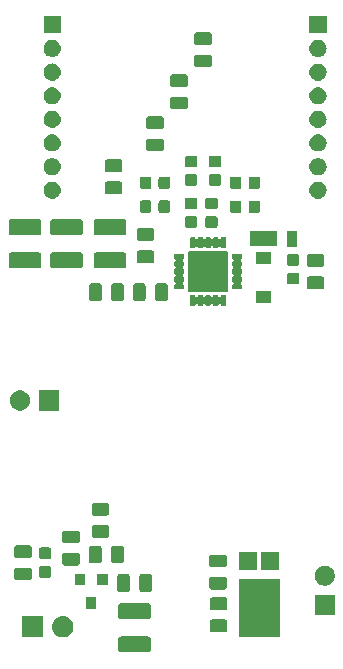
<source format=gbr>
G04 #@! TF.GenerationSoftware,KiCad,Pcbnew,(5.1.4-0-10_14)*
G04 #@! TF.CreationDate,2019-09-18T11:49:10-05:00*
G04 #@! TF.ProjectId,poePoweredDevice-PD,706f6550-6f77-4657-9265-644465766963,rev?*
G04 #@! TF.SameCoordinates,Original*
G04 #@! TF.FileFunction,Soldermask,Bot*
G04 #@! TF.FilePolarity,Negative*
%FSLAX46Y46*%
G04 Gerber Fmt 4.6, Leading zero omitted, Abs format (unit mm)*
G04 Created by KiCad (PCBNEW (5.1.4-0-10_14)) date 2019-09-18 11:49:10*
%MOMM*%
%LPD*%
G04 APERTURE LIST*
%ADD10C,0.100000*%
G04 APERTURE END LIST*
D10*
G36*
X171195404Y-138497947D02*
G01*
X171231944Y-138509032D01*
X171265621Y-138527033D01*
X171295141Y-138551259D01*
X171319367Y-138580779D01*
X171337368Y-138614456D01*
X171348453Y-138650996D01*
X171352800Y-138695138D01*
X171352800Y-139644062D01*
X171348453Y-139688204D01*
X171337368Y-139724744D01*
X171319367Y-139758421D01*
X171295141Y-139787941D01*
X171265621Y-139812167D01*
X171231944Y-139830168D01*
X171195404Y-139841253D01*
X171151262Y-139845600D01*
X168802338Y-139845600D01*
X168758196Y-139841253D01*
X168721656Y-139830168D01*
X168687979Y-139812167D01*
X168658459Y-139787941D01*
X168634233Y-139758421D01*
X168616232Y-139724744D01*
X168605147Y-139688204D01*
X168600800Y-139644062D01*
X168600800Y-138695138D01*
X168605147Y-138650996D01*
X168616232Y-138614456D01*
X168634233Y-138580779D01*
X168658459Y-138551259D01*
X168687979Y-138527033D01*
X168721656Y-138509032D01*
X168758196Y-138497947D01*
X168802338Y-138493600D01*
X171151262Y-138493600D01*
X171195404Y-138497947D01*
X171195404Y-138497947D01*
G37*
G36*
X162257800Y-138569000D02*
G01*
X160455800Y-138569000D01*
X160455800Y-136767000D01*
X162257800Y-136767000D01*
X162257800Y-138569000D01*
X162257800Y-138569000D01*
G37*
G36*
X164007242Y-136773518D02*
G01*
X164073427Y-136780037D01*
X164243266Y-136831557D01*
X164399791Y-136915222D01*
X164435529Y-136944552D01*
X164536986Y-137027814D01*
X164620248Y-137129271D01*
X164649578Y-137165009D01*
X164733243Y-137321534D01*
X164784763Y-137491373D01*
X164802159Y-137668000D01*
X164784763Y-137844627D01*
X164733243Y-138014466D01*
X164649578Y-138170991D01*
X164620248Y-138206729D01*
X164536986Y-138308186D01*
X164435529Y-138391448D01*
X164399791Y-138420778D01*
X164243266Y-138504443D01*
X164073427Y-138555963D01*
X164007243Y-138562481D01*
X163941060Y-138569000D01*
X163852540Y-138569000D01*
X163786357Y-138562481D01*
X163720173Y-138555963D01*
X163550334Y-138504443D01*
X163393809Y-138420778D01*
X163358071Y-138391448D01*
X163256614Y-138308186D01*
X163173352Y-138206729D01*
X163144022Y-138170991D01*
X163060357Y-138014466D01*
X163008837Y-137844627D01*
X162991441Y-137668000D01*
X163008837Y-137491373D01*
X163060357Y-137321534D01*
X163144022Y-137165009D01*
X163173352Y-137129271D01*
X163256614Y-137027814D01*
X163358071Y-136944552D01*
X163393809Y-136915222D01*
X163550334Y-136831557D01*
X163720173Y-136780037D01*
X163786358Y-136773518D01*
X163852540Y-136767000D01*
X163941060Y-136767000D01*
X164007242Y-136773518D01*
X164007242Y-136773518D01*
G37*
G36*
X182255000Y-138561000D02*
G01*
X178793000Y-138561000D01*
X178793000Y-133599000D01*
X182255000Y-133599000D01*
X182255000Y-138561000D01*
X182255000Y-138561000D01*
G37*
G36*
X177673268Y-137055565D02*
G01*
X177711938Y-137067296D01*
X177747577Y-137086346D01*
X177778817Y-137111983D01*
X177804454Y-137143223D01*
X177823504Y-137178862D01*
X177835235Y-137217532D01*
X177839800Y-137263888D01*
X177839800Y-137915112D01*
X177835235Y-137961468D01*
X177823504Y-138000138D01*
X177804454Y-138035777D01*
X177778817Y-138067017D01*
X177747577Y-138092654D01*
X177711938Y-138111704D01*
X177673268Y-138123435D01*
X177626912Y-138128000D01*
X176550688Y-138128000D01*
X176504332Y-138123435D01*
X176465662Y-138111704D01*
X176430023Y-138092654D01*
X176398783Y-138067017D01*
X176373146Y-138035777D01*
X176354096Y-138000138D01*
X176342365Y-137961468D01*
X176337800Y-137915112D01*
X176337800Y-137263888D01*
X176342365Y-137217532D01*
X176354096Y-137178862D01*
X176373146Y-137143223D01*
X176398783Y-137111983D01*
X176430023Y-137086346D01*
X176465662Y-137067296D01*
X176504332Y-137055565D01*
X176550688Y-137051000D01*
X177626912Y-137051000D01*
X177673268Y-137055565D01*
X177673268Y-137055565D01*
G37*
G36*
X171195404Y-135697947D02*
G01*
X171231944Y-135709032D01*
X171265621Y-135727033D01*
X171295141Y-135751259D01*
X171319367Y-135780779D01*
X171337368Y-135814456D01*
X171348453Y-135850996D01*
X171352800Y-135895138D01*
X171352800Y-136844062D01*
X171348453Y-136888204D01*
X171337368Y-136924744D01*
X171319367Y-136958421D01*
X171295141Y-136987941D01*
X171265621Y-137012167D01*
X171231944Y-137030168D01*
X171195404Y-137041253D01*
X171151262Y-137045600D01*
X168802338Y-137045600D01*
X168758196Y-137041253D01*
X168721656Y-137030168D01*
X168687979Y-137012167D01*
X168658459Y-136987941D01*
X168634233Y-136958421D01*
X168616232Y-136924744D01*
X168605147Y-136888204D01*
X168600800Y-136844062D01*
X168600800Y-135895138D01*
X168605147Y-135850996D01*
X168616232Y-135814456D01*
X168634233Y-135780779D01*
X168658459Y-135751259D01*
X168687979Y-135727033D01*
X168721656Y-135709032D01*
X168758196Y-135697947D01*
X168802338Y-135693600D01*
X171151262Y-135693600D01*
X171195404Y-135697947D01*
X171195404Y-135697947D01*
G37*
G36*
X186931400Y-136690200D02*
G01*
X185229400Y-136690200D01*
X185229400Y-134988200D01*
X186931400Y-134988200D01*
X186931400Y-136690200D01*
X186931400Y-136690200D01*
G37*
G36*
X177673268Y-135180565D02*
G01*
X177711938Y-135192296D01*
X177747577Y-135211346D01*
X177778817Y-135236983D01*
X177804454Y-135268223D01*
X177823504Y-135303862D01*
X177835235Y-135342532D01*
X177839800Y-135388888D01*
X177839800Y-136040112D01*
X177835235Y-136086468D01*
X177823504Y-136125138D01*
X177804454Y-136160777D01*
X177778817Y-136192017D01*
X177747577Y-136217654D01*
X177711938Y-136236704D01*
X177673268Y-136248435D01*
X177626912Y-136253000D01*
X176550688Y-136253000D01*
X176504332Y-136248435D01*
X176465662Y-136236704D01*
X176430023Y-136217654D01*
X176398783Y-136192017D01*
X176373146Y-136160777D01*
X176354096Y-136125138D01*
X176342365Y-136086468D01*
X176337800Y-136040112D01*
X176337800Y-135388888D01*
X176342365Y-135342532D01*
X176354096Y-135303862D01*
X176373146Y-135268223D01*
X176398783Y-135236983D01*
X176430023Y-135211346D01*
X176465662Y-135192296D01*
X176504332Y-135180565D01*
X176550688Y-135176000D01*
X177626912Y-135176000D01*
X177673268Y-135180565D01*
X177673268Y-135180565D01*
G37*
G36*
X166744800Y-136171800D02*
G01*
X165842800Y-136171800D01*
X165842800Y-135169800D01*
X166744800Y-135169800D01*
X166744800Y-136171800D01*
X166744800Y-136171800D01*
G37*
G36*
X171286268Y-133213165D02*
G01*
X171324938Y-133224896D01*
X171360577Y-133243946D01*
X171391817Y-133269583D01*
X171417454Y-133300823D01*
X171436504Y-133336462D01*
X171448235Y-133375132D01*
X171452800Y-133421488D01*
X171452800Y-134497712D01*
X171448235Y-134544068D01*
X171436504Y-134582738D01*
X171417454Y-134618377D01*
X171391817Y-134649617D01*
X171360577Y-134675254D01*
X171324938Y-134694304D01*
X171286268Y-134706035D01*
X171239912Y-134710600D01*
X170588688Y-134710600D01*
X170542332Y-134706035D01*
X170503662Y-134694304D01*
X170468023Y-134675254D01*
X170436783Y-134649617D01*
X170411146Y-134618377D01*
X170392096Y-134582738D01*
X170380365Y-134544068D01*
X170375800Y-134497712D01*
X170375800Y-133421488D01*
X170380365Y-133375132D01*
X170392096Y-133336462D01*
X170411146Y-133300823D01*
X170436783Y-133269583D01*
X170468023Y-133243946D01*
X170503662Y-133224896D01*
X170542332Y-133213165D01*
X170588688Y-133208600D01*
X171239912Y-133208600D01*
X171286268Y-133213165D01*
X171286268Y-133213165D01*
G37*
G36*
X169411268Y-133213165D02*
G01*
X169449938Y-133224896D01*
X169485577Y-133243946D01*
X169516817Y-133269583D01*
X169542454Y-133300823D01*
X169561504Y-133336462D01*
X169573235Y-133375132D01*
X169577800Y-133421488D01*
X169577800Y-134497712D01*
X169573235Y-134544068D01*
X169561504Y-134582738D01*
X169542454Y-134618377D01*
X169516817Y-134649617D01*
X169485577Y-134675254D01*
X169449938Y-134694304D01*
X169411268Y-134706035D01*
X169364912Y-134710600D01*
X168713688Y-134710600D01*
X168667332Y-134706035D01*
X168628662Y-134694304D01*
X168593023Y-134675254D01*
X168561783Y-134649617D01*
X168536146Y-134618377D01*
X168517096Y-134582738D01*
X168505365Y-134544068D01*
X168500800Y-134497712D01*
X168500800Y-133421488D01*
X168505365Y-133375132D01*
X168517096Y-133336462D01*
X168536146Y-133300823D01*
X168561783Y-133269583D01*
X168593023Y-133243946D01*
X168628662Y-133224896D01*
X168667332Y-133213165D01*
X168713688Y-133208600D01*
X169364912Y-133208600D01*
X169411268Y-133213165D01*
X169411268Y-133213165D01*
G37*
G36*
X177622468Y-133448765D02*
G01*
X177661138Y-133460496D01*
X177696777Y-133479546D01*
X177728017Y-133505183D01*
X177753654Y-133536423D01*
X177772704Y-133572062D01*
X177784435Y-133610732D01*
X177789000Y-133657088D01*
X177789000Y-134308312D01*
X177784435Y-134354668D01*
X177772704Y-134393338D01*
X177753654Y-134428977D01*
X177728017Y-134460217D01*
X177696777Y-134485854D01*
X177661138Y-134504904D01*
X177622468Y-134516635D01*
X177576112Y-134521200D01*
X176499888Y-134521200D01*
X176453532Y-134516635D01*
X176414862Y-134504904D01*
X176379223Y-134485854D01*
X176347983Y-134460217D01*
X176322346Y-134428977D01*
X176303296Y-134393338D01*
X176291565Y-134354668D01*
X176287000Y-134308312D01*
X176287000Y-133657088D01*
X176291565Y-133610732D01*
X176303296Y-133572062D01*
X176322346Y-133536423D01*
X176347983Y-133505183D01*
X176379223Y-133479546D01*
X176414862Y-133460496D01*
X176453532Y-133448765D01*
X176499888Y-133444200D01*
X177576112Y-133444200D01*
X177622468Y-133448765D01*
X177622468Y-133448765D01*
G37*
G36*
X186328628Y-132520903D02*
G01*
X186483500Y-132585053D01*
X186622881Y-132678185D01*
X186741415Y-132796719D01*
X186834547Y-132936100D01*
X186898697Y-133090972D01*
X186931400Y-133255384D01*
X186931400Y-133423016D01*
X186898697Y-133587428D01*
X186834547Y-133742300D01*
X186741415Y-133881681D01*
X186622881Y-134000215D01*
X186483500Y-134093347D01*
X186328628Y-134157497D01*
X186164216Y-134190200D01*
X185996584Y-134190200D01*
X185832172Y-134157497D01*
X185677300Y-134093347D01*
X185537919Y-134000215D01*
X185419385Y-133881681D01*
X185326253Y-133742300D01*
X185262103Y-133587428D01*
X185229400Y-133423016D01*
X185229400Y-133255384D01*
X185262103Y-133090972D01*
X185326253Y-132936100D01*
X185419385Y-132796719D01*
X185537919Y-132678185D01*
X185677300Y-132585053D01*
X185832172Y-132520903D01*
X185996584Y-132488200D01*
X186164216Y-132488200D01*
X186328628Y-132520903D01*
X186328628Y-132520903D01*
G37*
G36*
X165794800Y-134171800D02*
G01*
X164892800Y-134171800D01*
X164892800Y-133169800D01*
X165794800Y-133169800D01*
X165794800Y-134171800D01*
X165794800Y-134171800D01*
G37*
G36*
X167694800Y-134171800D02*
G01*
X166792800Y-134171800D01*
X166792800Y-133169800D01*
X167694800Y-133169800D01*
X167694800Y-134171800D01*
X167694800Y-134171800D01*
G37*
G36*
X161112468Y-132663665D02*
G01*
X161151138Y-132675396D01*
X161186777Y-132694446D01*
X161218017Y-132720083D01*
X161243654Y-132751323D01*
X161262704Y-132786962D01*
X161274435Y-132825632D01*
X161279000Y-132871988D01*
X161279000Y-133523212D01*
X161274435Y-133569568D01*
X161262704Y-133608238D01*
X161243654Y-133643877D01*
X161218017Y-133675117D01*
X161186777Y-133700754D01*
X161151138Y-133719804D01*
X161112468Y-133731535D01*
X161066112Y-133736100D01*
X159989888Y-133736100D01*
X159943532Y-133731535D01*
X159904862Y-133719804D01*
X159869223Y-133700754D01*
X159837983Y-133675117D01*
X159812346Y-133643877D01*
X159793296Y-133608238D01*
X159781565Y-133569568D01*
X159777000Y-133523212D01*
X159777000Y-132871988D01*
X159781565Y-132825632D01*
X159793296Y-132786962D01*
X159812346Y-132751323D01*
X159837983Y-132720083D01*
X159869223Y-132694446D01*
X159904862Y-132675396D01*
X159943532Y-132663665D01*
X159989888Y-132659100D01*
X161066112Y-132659100D01*
X161112468Y-132663665D01*
X161112468Y-132663665D01*
G37*
G36*
X162787191Y-132535485D02*
G01*
X162821169Y-132545793D01*
X162852490Y-132562534D01*
X162879939Y-132585061D01*
X162902466Y-132612510D01*
X162919207Y-132643831D01*
X162929515Y-132677809D01*
X162933600Y-132719290D01*
X162933600Y-133320510D01*
X162929515Y-133361991D01*
X162919207Y-133395969D01*
X162902466Y-133427290D01*
X162879939Y-133454739D01*
X162852490Y-133477266D01*
X162821169Y-133494007D01*
X162787191Y-133504315D01*
X162745710Y-133508400D01*
X162069490Y-133508400D01*
X162028009Y-133504315D01*
X161994031Y-133494007D01*
X161962710Y-133477266D01*
X161935261Y-133454739D01*
X161912734Y-133427290D01*
X161895993Y-133395969D01*
X161885685Y-133361991D01*
X161881600Y-133320510D01*
X161881600Y-132719290D01*
X161885685Y-132677809D01*
X161895993Y-132643831D01*
X161912734Y-132612510D01*
X161935261Y-132585061D01*
X161962710Y-132562534D01*
X161994031Y-132545793D01*
X162028009Y-132535485D01*
X162069490Y-132531400D01*
X162745710Y-132531400D01*
X162787191Y-132535485D01*
X162787191Y-132535485D01*
G37*
G36*
X182190000Y-132831000D02*
G01*
X180698000Y-132831000D01*
X180698000Y-131329000D01*
X182190000Y-131329000D01*
X182190000Y-132831000D01*
X182190000Y-132831000D01*
G37*
G36*
X180340000Y-132831000D02*
G01*
X178848000Y-132831000D01*
X178848000Y-131329000D01*
X180340000Y-131329000D01*
X180340000Y-132831000D01*
X180340000Y-132831000D01*
G37*
G36*
X177622468Y-131573765D02*
G01*
X177661138Y-131585496D01*
X177696777Y-131604546D01*
X177728017Y-131630183D01*
X177753654Y-131661423D01*
X177772704Y-131697062D01*
X177784435Y-131735732D01*
X177789000Y-131782088D01*
X177789000Y-132433312D01*
X177784435Y-132479668D01*
X177772704Y-132518338D01*
X177753654Y-132553977D01*
X177728017Y-132585217D01*
X177696777Y-132610854D01*
X177661138Y-132629904D01*
X177622468Y-132641635D01*
X177576112Y-132646200D01*
X176499888Y-132646200D01*
X176453532Y-132641635D01*
X176414862Y-132629904D01*
X176379223Y-132610854D01*
X176347983Y-132585217D01*
X176322346Y-132553977D01*
X176303296Y-132518338D01*
X176291565Y-132479668D01*
X176287000Y-132433312D01*
X176287000Y-131782088D01*
X176291565Y-131735732D01*
X176303296Y-131697062D01*
X176322346Y-131661423D01*
X176347983Y-131630183D01*
X176379223Y-131604546D01*
X176414862Y-131585496D01*
X176453532Y-131573765D01*
X176499888Y-131569200D01*
X177576112Y-131569200D01*
X177622468Y-131573765D01*
X177622468Y-131573765D01*
G37*
G36*
X165176468Y-131416765D02*
G01*
X165215138Y-131428496D01*
X165250777Y-131447546D01*
X165282017Y-131473183D01*
X165307654Y-131504423D01*
X165326704Y-131540062D01*
X165338435Y-131578732D01*
X165343000Y-131625088D01*
X165343000Y-132276312D01*
X165338435Y-132322668D01*
X165326704Y-132361338D01*
X165307654Y-132396977D01*
X165282017Y-132428217D01*
X165250777Y-132453854D01*
X165215138Y-132472904D01*
X165176468Y-132484635D01*
X165130112Y-132489200D01*
X164053888Y-132489200D01*
X164007532Y-132484635D01*
X163968862Y-132472904D01*
X163933223Y-132453854D01*
X163901983Y-132428217D01*
X163876346Y-132396977D01*
X163857296Y-132361338D01*
X163845565Y-132322668D01*
X163841000Y-132276312D01*
X163841000Y-131625088D01*
X163845565Y-131578732D01*
X163857296Y-131540062D01*
X163876346Y-131504423D01*
X163901983Y-131473183D01*
X163933223Y-131447546D01*
X163968862Y-131428496D01*
X164007532Y-131416765D01*
X164053888Y-131412200D01*
X165130112Y-131412200D01*
X165176468Y-131416765D01*
X165176468Y-131416765D01*
G37*
G36*
X168898668Y-130800165D02*
G01*
X168937338Y-130811896D01*
X168972977Y-130830946D01*
X169004217Y-130856583D01*
X169029854Y-130887823D01*
X169048904Y-130923462D01*
X169060635Y-130962132D01*
X169065200Y-131008488D01*
X169065200Y-132084712D01*
X169060635Y-132131068D01*
X169048904Y-132169738D01*
X169029854Y-132205377D01*
X169004217Y-132236617D01*
X168972977Y-132262254D01*
X168937338Y-132281304D01*
X168898668Y-132293035D01*
X168852312Y-132297600D01*
X168201088Y-132297600D01*
X168154732Y-132293035D01*
X168116062Y-132281304D01*
X168080423Y-132262254D01*
X168049183Y-132236617D01*
X168023546Y-132205377D01*
X168004496Y-132169738D01*
X167992765Y-132131068D01*
X167988200Y-132084712D01*
X167988200Y-131008488D01*
X167992765Y-130962132D01*
X168004496Y-130923462D01*
X168023546Y-130887823D01*
X168049183Y-130856583D01*
X168080423Y-130830946D01*
X168116062Y-130811896D01*
X168154732Y-130800165D01*
X168201088Y-130795600D01*
X168852312Y-130795600D01*
X168898668Y-130800165D01*
X168898668Y-130800165D01*
G37*
G36*
X167023668Y-130800165D02*
G01*
X167062338Y-130811896D01*
X167097977Y-130830946D01*
X167129217Y-130856583D01*
X167154854Y-130887823D01*
X167173904Y-130923462D01*
X167185635Y-130962132D01*
X167190200Y-131008488D01*
X167190200Y-132084712D01*
X167185635Y-132131068D01*
X167173904Y-132169738D01*
X167154854Y-132205377D01*
X167129217Y-132236617D01*
X167097977Y-132262254D01*
X167062338Y-132281304D01*
X167023668Y-132293035D01*
X166977312Y-132297600D01*
X166326088Y-132297600D01*
X166279732Y-132293035D01*
X166241062Y-132281304D01*
X166205423Y-132262254D01*
X166174183Y-132236617D01*
X166148546Y-132205377D01*
X166129496Y-132169738D01*
X166117765Y-132131068D01*
X166113200Y-132084712D01*
X166113200Y-131008488D01*
X166117765Y-130962132D01*
X166129496Y-130923462D01*
X166148546Y-130887823D01*
X166174183Y-130856583D01*
X166205423Y-130830946D01*
X166241062Y-130811896D01*
X166279732Y-130800165D01*
X166326088Y-130795600D01*
X166977312Y-130795600D01*
X167023668Y-130800165D01*
X167023668Y-130800165D01*
G37*
G36*
X162787191Y-130960485D02*
G01*
X162821169Y-130970793D01*
X162852490Y-130987534D01*
X162879939Y-131010061D01*
X162902466Y-131037510D01*
X162919207Y-131068831D01*
X162929515Y-131102809D01*
X162933600Y-131144290D01*
X162933600Y-131745510D01*
X162929515Y-131786991D01*
X162919207Y-131820969D01*
X162902466Y-131852290D01*
X162879939Y-131879739D01*
X162852490Y-131902266D01*
X162821169Y-131919007D01*
X162787191Y-131929315D01*
X162745710Y-131933400D01*
X162069490Y-131933400D01*
X162028009Y-131929315D01*
X161994031Y-131919007D01*
X161962710Y-131902266D01*
X161935261Y-131879739D01*
X161912734Y-131852290D01*
X161895993Y-131820969D01*
X161885685Y-131786991D01*
X161881600Y-131745510D01*
X161881600Y-131144290D01*
X161885685Y-131102809D01*
X161895993Y-131068831D01*
X161912734Y-131037510D01*
X161935261Y-131010061D01*
X161962710Y-130987534D01*
X161994031Y-130970793D01*
X162028009Y-130960485D01*
X162069490Y-130956400D01*
X162745710Y-130956400D01*
X162787191Y-130960485D01*
X162787191Y-130960485D01*
G37*
G36*
X161112468Y-130788665D02*
G01*
X161151138Y-130800396D01*
X161186777Y-130819446D01*
X161218017Y-130845083D01*
X161243654Y-130876323D01*
X161262704Y-130911962D01*
X161274435Y-130950632D01*
X161279000Y-130996988D01*
X161279000Y-131648212D01*
X161274435Y-131694568D01*
X161262704Y-131733238D01*
X161243654Y-131768877D01*
X161218017Y-131800117D01*
X161186777Y-131825754D01*
X161151138Y-131844804D01*
X161112468Y-131856535D01*
X161066112Y-131861100D01*
X159989888Y-131861100D01*
X159943532Y-131856535D01*
X159904862Y-131844804D01*
X159869223Y-131825754D01*
X159837983Y-131800117D01*
X159812346Y-131768877D01*
X159793296Y-131733238D01*
X159781565Y-131694568D01*
X159777000Y-131648212D01*
X159777000Y-130996988D01*
X159781565Y-130950632D01*
X159793296Y-130911962D01*
X159812346Y-130876323D01*
X159837983Y-130845083D01*
X159869223Y-130819446D01*
X159904862Y-130800396D01*
X159943532Y-130788665D01*
X159989888Y-130784100D01*
X161066112Y-130784100D01*
X161112468Y-130788665D01*
X161112468Y-130788665D01*
G37*
G36*
X165176468Y-129541765D02*
G01*
X165215138Y-129553496D01*
X165250777Y-129572546D01*
X165282017Y-129598183D01*
X165307654Y-129629423D01*
X165326704Y-129665062D01*
X165338435Y-129703732D01*
X165343000Y-129750088D01*
X165343000Y-130401312D01*
X165338435Y-130447668D01*
X165326704Y-130486338D01*
X165307654Y-130521977D01*
X165282017Y-130553217D01*
X165250777Y-130578854D01*
X165215138Y-130597904D01*
X165176468Y-130609635D01*
X165130112Y-130614200D01*
X164053888Y-130614200D01*
X164007532Y-130609635D01*
X163968862Y-130597904D01*
X163933223Y-130578854D01*
X163901983Y-130553217D01*
X163876346Y-130521977D01*
X163857296Y-130486338D01*
X163845565Y-130447668D01*
X163841000Y-130401312D01*
X163841000Y-129750088D01*
X163845565Y-129703732D01*
X163857296Y-129665062D01*
X163876346Y-129629423D01*
X163901983Y-129598183D01*
X163933223Y-129572546D01*
X163968862Y-129553496D01*
X164007532Y-129541765D01*
X164053888Y-129537200D01*
X165130112Y-129537200D01*
X165176468Y-129541765D01*
X165176468Y-129541765D01*
G37*
G36*
X167665668Y-129054565D02*
G01*
X167704338Y-129066296D01*
X167739977Y-129085346D01*
X167771217Y-129110983D01*
X167796854Y-129142223D01*
X167815904Y-129177862D01*
X167827635Y-129216532D01*
X167832200Y-129262888D01*
X167832200Y-129914112D01*
X167827635Y-129960468D01*
X167815904Y-129999138D01*
X167796854Y-130034777D01*
X167771217Y-130066017D01*
X167739977Y-130091654D01*
X167704338Y-130110704D01*
X167665668Y-130122435D01*
X167619312Y-130127000D01*
X166543088Y-130127000D01*
X166496732Y-130122435D01*
X166458062Y-130110704D01*
X166422423Y-130091654D01*
X166391183Y-130066017D01*
X166365546Y-130034777D01*
X166346496Y-129999138D01*
X166334765Y-129960468D01*
X166330200Y-129914112D01*
X166330200Y-129262888D01*
X166334765Y-129216532D01*
X166346496Y-129177862D01*
X166365546Y-129142223D01*
X166391183Y-129110983D01*
X166422423Y-129085346D01*
X166458062Y-129066296D01*
X166496732Y-129054565D01*
X166543088Y-129050000D01*
X167619312Y-129050000D01*
X167665668Y-129054565D01*
X167665668Y-129054565D01*
G37*
G36*
X167665668Y-127179565D02*
G01*
X167704338Y-127191296D01*
X167739977Y-127210346D01*
X167771217Y-127235983D01*
X167796854Y-127267223D01*
X167815904Y-127302862D01*
X167827635Y-127341532D01*
X167832200Y-127387888D01*
X167832200Y-128039112D01*
X167827635Y-128085468D01*
X167815904Y-128124138D01*
X167796854Y-128159777D01*
X167771217Y-128191017D01*
X167739977Y-128216654D01*
X167704338Y-128235704D01*
X167665668Y-128247435D01*
X167619312Y-128252000D01*
X166543088Y-128252000D01*
X166496732Y-128247435D01*
X166458062Y-128235704D01*
X166422423Y-128216654D01*
X166391183Y-128191017D01*
X166365546Y-128159777D01*
X166346496Y-128124138D01*
X166334765Y-128085468D01*
X166330200Y-128039112D01*
X166330200Y-127387888D01*
X166334765Y-127341532D01*
X166346496Y-127302862D01*
X166365546Y-127267223D01*
X166391183Y-127235983D01*
X166422423Y-127210346D01*
X166458062Y-127191296D01*
X166496732Y-127179565D01*
X166543088Y-127175000D01*
X167619312Y-127175000D01*
X167665668Y-127179565D01*
X167665668Y-127179565D01*
G37*
G36*
X160511428Y-117698103D02*
G01*
X160666300Y-117762253D01*
X160805681Y-117855385D01*
X160924215Y-117973919D01*
X161017347Y-118113300D01*
X161081497Y-118268172D01*
X161114200Y-118432584D01*
X161114200Y-118600216D01*
X161081497Y-118764628D01*
X161017347Y-118919500D01*
X160924215Y-119058881D01*
X160805681Y-119177415D01*
X160666300Y-119270547D01*
X160511428Y-119334697D01*
X160347016Y-119367400D01*
X160179384Y-119367400D01*
X160014972Y-119334697D01*
X159860100Y-119270547D01*
X159720719Y-119177415D01*
X159602185Y-119058881D01*
X159509053Y-118919500D01*
X159444903Y-118764628D01*
X159412200Y-118600216D01*
X159412200Y-118432584D01*
X159444903Y-118268172D01*
X159509053Y-118113300D01*
X159602185Y-117973919D01*
X159720719Y-117855385D01*
X159860100Y-117762253D01*
X160014972Y-117698103D01*
X160179384Y-117665400D01*
X160347016Y-117665400D01*
X160511428Y-117698103D01*
X160511428Y-117698103D01*
G37*
G36*
X163614200Y-119367400D02*
G01*
X161912200Y-119367400D01*
X161912200Y-117665400D01*
X163614200Y-117665400D01*
X163614200Y-119367400D01*
X163614200Y-119367400D01*
G37*
G36*
X175070295Y-109600323D02*
G01*
X175077310Y-109602451D01*
X175083776Y-109605908D01*
X175089442Y-109610558D01*
X175094092Y-109616224D01*
X175097549Y-109622690D01*
X175099677Y-109629705D01*
X175100603Y-109639109D01*
X175105383Y-109663142D01*
X175114761Y-109685781D01*
X175128374Y-109706155D01*
X175145701Y-109723482D01*
X175166076Y-109737096D01*
X175188715Y-109746474D01*
X175212748Y-109751254D01*
X175237252Y-109751254D01*
X175261285Y-109746474D01*
X175283924Y-109737096D01*
X175304298Y-109723483D01*
X175321625Y-109706156D01*
X175335239Y-109685781D01*
X175344617Y-109663142D01*
X175349397Y-109639109D01*
X175350323Y-109629705D01*
X175352451Y-109622690D01*
X175355908Y-109616224D01*
X175360558Y-109610558D01*
X175366224Y-109605908D01*
X175372690Y-109602451D01*
X175379705Y-109600323D01*
X175393140Y-109599000D01*
X175706860Y-109599000D01*
X175720295Y-109600323D01*
X175727310Y-109602451D01*
X175733776Y-109605908D01*
X175739442Y-109610558D01*
X175744092Y-109616224D01*
X175747549Y-109622690D01*
X175749677Y-109629705D01*
X175750603Y-109639109D01*
X175755383Y-109663142D01*
X175764761Y-109685781D01*
X175778374Y-109706155D01*
X175795701Y-109723482D01*
X175816076Y-109737096D01*
X175838715Y-109746474D01*
X175862748Y-109751254D01*
X175887252Y-109751254D01*
X175911285Y-109746474D01*
X175933924Y-109737096D01*
X175954298Y-109723483D01*
X175971625Y-109706156D01*
X175985239Y-109685781D01*
X175994617Y-109663142D01*
X175999397Y-109639109D01*
X176000323Y-109629705D01*
X176002451Y-109622690D01*
X176005908Y-109616224D01*
X176010558Y-109610558D01*
X176016224Y-109605908D01*
X176022690Y-109602451D01*
X176029705Y-109600323D01*
X176043140Y-109599000D01*
X176356860Y-109599000D01*
X176370295Y-109600323D01*
X176377310Y-109602451D01*
X176383776Y-109605908D01*
X176389442Y-109610558D01*
X176394092Y-109616224D01*
X176397549Y-109622690D01*
X176399677Y-109629705D01*
X176400603Y-109639109D01*
X176405383Y-109663142D01*
X176414761Y-109685781D01*
X176428374Y-109706155D01*
X176445701Y-109723482D01*
X176466076Y-109737096D01*
X176488715Y-109746474D01*
X176512748Y-109751254D01*
X176537252Y-109751254D01*
X176561285Y-109746474D01*
X176583924Y-109737096D01*
X176604298Y-109723483D01*
X176621625Y-109706156D01*
X176635239Y-109685781D01*
X176644617Y-109663142D01*
X176649397Y-109639109D01*
X176650323Y-109629705D01*
X176652451Y-109622690D01*
X176655908Y-109616224D01*
X176660558Y-109610558D01*
X176666224Y-109605908D01*
X176672690Y-109602451D01*
X176679705Y-109600323D01*
X176693140Y-109599000D01*
X177006860Y-109599000D01*
X177020295Y-109600323D01*
X177027310Y-109602451D01*
X177033776Y-109605908D01*
X177039442Y-109610558D01*
X177044092Y-109616224D01*
X177047549Y-109622690D01*
X177049677Y-109629705D01*
X177050603Y-109639109D01*
X177055383Y-109663142D01*
X177064761Y-109685781D01*
X177078374Y-109706155D01*
X177095701Y-109723482D01*
X177116076Y-109737096D01*
X177138715Y-109746474D01*
X177162748Y-109751254D01*
X177187252Y-109751254D01*
X177211285Y-109746474D01*
X177233924Y-109737096D01*
X177254298Y-109723483D01*
X177271625Y-109706156D01*
X177285239Y-109685781D01*
X177294617Y-109663142D01*
X177299397Y-109639109D01*
X177300323Y-109629705D01*
X177302451Y-109622690D01*
X177305908Y-109616224D01*
X177310558Y-109610558D01*
X177316224Y-109605908D01*
X177322690Y-109602451D01*
X177329705Y-109600323D01*
X177343140Y-109599000D01*
X177656860Y-109599000D01*
X177670295Y-109600323D01*
X177677310Y-109602451D01*
X177683776Y-109605908D01*
X177689442Y-109610558D01*
X177694092Y-109616224D01*
X177697549Y-109622690D01*
X177699677Y-109629705D01*
X177701000Y-109643140D01*
X177701000Y-110456860D01*
X177699677Y-110470295D01*
X177697549Y-110477310D01*
X177694092Y-110483776D01*
X177689442Y-110489442D01*
X177683776Y-110494092D01*
X177677310Y-110497549D01*
X177670295Y-110499677D01*
X177656860Y-110501000D01*
X177343140Y-110501000D01*
X177329705Y-110499677D01*
X177322690Y-110497549D01*
X177316224Y-110494092D01*
X177310558Y-110489442D01*
X177305908Y-110483776D01*
X177302451Y-110477310D01*
X177300323Y-110470295D01*
X177299397Y-110460891D01*
X177294617Y-110436858D01*
X177285239Y-110414219D01*
X177271626Y-110393845D01*
X177254299Y-110376518D01*
X177233924Y-110362904D01*
X177211285Y-110353526D01*
X177187252Y-110348746D01*
X177162748Y-110348746D01*
X177138715Y-110353526D01*
X177116076Y-110362904D01*
X177095702Y-110376517D01*
X177078375Y-110393844D01*
X177064761Y-110414219D01*
X177055383Y-110436858D01*
X177050603Y-110460891D01*
X177049677Y-110470295D01*
X177047549Y-110477310D01*
X177044092Y-110483776D01*
X177039442Y-110489442D01*
X177033776Y-110494092D01*
X177027310Y-110497549D01*
X177020295Y-110499677D01*
X177006860Y-110501000D01*
X176693140Y-110501000D01*
X176679705Y-110499677D01*
X176672690Y-110497549D01*
X176666224Y-110494092D01*
X176660558Y-110489442D01*
X176655908Y-110483776D01*
X176652451Y-110477310D01*
X176650323Y-110470295D01*
X176649397Y-110460891D01*
X176644617Y-110436858D01*
X176635239Y-110414219D01*
X176621626Y-110393845D01*
X176604299Y-110376518D01*
X176583924Y-110362904D01*
X176561285Y-110353526D01*
X176537252Y-110348746D01*
X176512748Y-110348746D01*
X176488715Y-110353526D01*
X176466076Y-110362904D01*
X176445702Y-110376517D01*
X176428375Y-110393844D01*
X176414761Y-110414219D01*
X176405383Y-110436858D01*
X176400603Y-110460891D01*
X176399677Y-110470295D01*
X176397549Y-110477310D01*
X176394092Y-110483776D01*
X176389442Y-110489442D01*
X176383776Y-110494092D01*
X176377310Y-110497549D01*
X176370295Y-110499677D01*
X176356860Y-110501000D01*
X176043140Y-110501000D01*
X176029705Y-110499677D01*
X176022690Y-110497549D01*
X176016224Y-110494092D01*
X176010558Y-110489442D01*
X176005908Y-110483776D01*
X176002451Y-110477310D01*
X176000323Y-110470295D01*
X175999397Y-110460891D01*
X175994617Y-110436858D01*
X175985239Y-110414219D01*
X175971626Y-110393845D01*
X175954299Y-110376518D01*
X175933924Y-110362904D01*
X175911285Y-110353526D01*
X175887252Y-110348746D01*
X175862748Y-110348746D01*
X175838715Y-110353526D01*
X175816076Y-110362904D01*
X175795702Y-110376517D01*
X175778375Y-110393844D01*
X175764761Y-110414219D01*
X175755383Y-110436858D01*
X175750603Y-110460891D01*
X175749677Y-110470295D01*
X175747549Y-110477310D01*
X175744092Y-110483776D01*
X175739442Y-110489442D01*
X175733776Y-110494092D01*
X175727310Y-110497549D01*
X175720295Y-110499677D01*
X175706860Y-110501000D01*
X175393140Y-110501000D01*
X175379705Y-110499677D01*
X175372690Y-110497549D01*
X175366224Y-110494092D01*
X175360558Y-110489442D01*
X175355908Y-110483776D01*
X175352451Y-110477310D01*
X175350323Y-110470295D01*
X175349397Y-110460891D01*
X175344617Y-110436858D01*
X175335239Y-110414219D01*
X175321626Y-110393845D01*
X175304299Y-110376518D01*
X175283924Y-110362904D01*
X175261285Y-110353526D01*
X175237252Y-110348746D01*
X175212748Y-110348746D01*
X175188715Y-110353526D01*
X175166076Y-110362904D01*
X175145702Y-110376517D01*
X175128375Y-110393844D01*
X175114761Y-110414219D01*
X175105383Y-110436858D01*
X175100603Y-110460891D01*
X175099677Y-110470295D01*
X175097549Y-110477310D01*
X175094092Y-110483776D01*
X175089442Y-110489442D01*
X175083776Y-110494092D01*
X175077310Y-110497549D01*
X175070295Y-110499677D01*
X175056860Y-110501000D01*
X174743140Y-110501000D01*
X174729705Y-110499677D01*
X174722690Y-110497549D01*
X174716224Y-110494092D01*
X174710558Y-110489442D01*
X174705908Y-110483776D01*
X174702451Y-110477310D01*
X174700323Y-110470295D01*
X174699000Y-110456860D01*
X174699000Y-109643140D01*
X174700323Y-109629705D01*
X174702451Y-109622690D01*
X174705908Y-109616224D01*
X174710558Y-109610558D01*
X174716224Y-109605908D01*
X174722690Y-109602451D01*
X174729705Y-109600323D01*
X174743140Y-109599000D01*
X175056860Y-109599000D01*
X175070295Y-109600323D01*
X175070295Y-109600323D01*
G37*
G36*
X181551000Y-110251000D02*
G01*
X180249000Y-110251000D01*
X180249000Y-109249000D01*
X181551000Y-109249000D01*
X181551000Y-110251000D01*
X181551000Y-110251000D01*
G37*
G36*
X170734468Y-108605565D02*
G01*
X170773138Y-108617296D01*
X170808777Y-108636346D01*
X170840017Y-108661983D01*
X170865654Y-108693223D01*
X170884704Y-108728862D01*
X170896435Y-108767532D01*
X170901000Y-108813888D01*
X170901000Y-109890112D01*
X170896435Y-109936468D01*
X170884704Y-109975138D01*
X170865654Y-110010777D01*
X170840017Y-110042017D01*
X170808777Y-110067654D01*
X170773138Y-110086704D01*
X170734468Y-110098435D01*
X170688112Y-110103000D01*
X170036888Y-110103000D01*
X169990532Y-110098435D01*
X169951862Y-110086704D01*
X169916223Y-110067654D01*
X169884983Y-110042017D01*
X169859346Y-110010777D01*
X169840296Y-109975138D01*
X169828565Y-109936468D01*
X169824000Y-109890112D01*
X169824000Y-108813888D01*
X169828565Y-108767532D01*
X169840296Y-108728862D01*
X169859346Y-108693223D01*
X169884983Y-108661983D01*
X169916223Y-108636346D01*
X169951862Y-108617296D01*
X169990532Y-108605565D01*
X170036888Y-108601000D01*
X170688112Y-108601000D01*
X170734468Y-108605565D01*
X170734468Y-108605565D01*
G37*
G36*
X172609468Y-108605565D02*
G01*
X172648138Y-108617296D01*
X172683777Y-108636346D01*
X172715017Y-108661983D01*
X172740654Y-108693223D01*
X172759704Y-108728862D01*
X172771435Y-108767532D01*
X172776000Y-108813888D01*
X172776000Y-109890112D01*
X172771435Y-109936468D01*
X172759704Y-109975138D01*
X172740654Y-110010777D01*
X172715017Y-110042017D01*
X172683777Y-110067654D01*
X172648138Y-110086704D01*
X172609468Y-110098435D01*
X172563112Y-110103000D01*
X171911888Y-110103000D01*
X171865532Y-110098435D01*
X171826862Y-110086704D01*
X171791223Y-110067654D01*
X171759983Y-110042017D01*
X171734346Y-110010777D01*
X171715296Y-109975138D01*
X171703565Y-109936468D01*
X171699000Y-109890112D01*
X171699000Y-108813888D01*
X171703565Y-108767532D01*
X171715296Y-108728862D01*
X171734346Y-108693223D01*
X171759983Y-108661983D01*
X171791223Y-108636346D01*
X171826862Y-108617296D01*
X171865532Y-108605565D01*
X171911888Y-108601000D01*
X172563112Y-108601000D01*
X172609468Y-108605565D01*
X172609468Y-108605565D01*
G37*
G36*
X167034468Y-108605565D02*
G01*
X167073138Y-108617296D01*
X167108777Y-108636346D01*
X167140017Y-108661983D01*
X167165654Y-108693223D01*
X167184704Y-108728862D01*
X167196435Y-108767532D01*
X167201000Y-108813888D01*
X167201000Y-109890112D01*
X167196435Y-109936468D01*
X167184704Y-109975138D01*
X167165654Y-110010777D01*
X167140017Y-110042017D01*
X167108777Y-110067654D01*
X167073138Y-110086704D01*
X167034468Y-110098435D01*
X166988112Y-110103000D01*
X166336888Y-110103000D01*
X166290532Y-110098435D01*
X166251862Y-110086704D01*
X166216223Y-110067654D01*
X166184983Y-110042017D01*
X166159346Y-110010777D01*
X166140296Y-109975138D01*
X166128565Y-109936468D01*
X166124000Y-109890112D01*
X166124000Y-108813888D01*
X166128565Y-108767532D01*
X166140296Y-108728862D01*
X166159346Y-108693223D01*
X166184983Y-108661983D01*
X166216223Y-108636346D01*
X166251862Y-108617296D01*
X166290532Y-108605565D01*
X166336888Y-108601000D01*
X166988112Y-108601000D01*
X167034468Y-108605565D01*
X167034468Y-108605565D01*
G37*
G36*
X168909468Y-108605565D02*
G01*
X168948138Y-108617296D01*
X168983777Y-108636346D01*
X169015017Y-108661983D01*
X169040654Y-108693223D01*
X169059704Y-108728862D01*
X169071435Y-108767532D01*
X169076000Y-108813888D01*
X169076000Y-109890112D01*
X169071435Y-109936468D01*
X169059704Y-109975138D01*
X169040654Y-110010777D01*
X169015017Y-110042017D01*
X168983777Y-110067654D01*
X168948138Y-110086704D01*
X168909468Y-110098435D01*
X168863112Y-110103000D01*
X168211888Y-110103000D01*
X168165532Y-110098435D01*
X168126862Y-110086704D01*
X168091223Y-110067654D01*
X168059983Y-110042017D01*
X168034346Y-110010777D01*
X168015296Y-109975138D01*
X168003565Y-109936468D01*
X167999000Y-109890112D01*
X167999000Y-108813888D01*
X168003565Y-108767532D01*
X168015296Y-108728862D01*
X168034346Y-108693223D01*
X168059983Y-108661983D01*
X168091223Y-108636346D01*
X168126862Y-108617296D01*
X168165532Y-108605565D01*
X168211888Y-108601000D01*
X168863112Y-108601000D01*
X168909468Y-108605565D01*
X168909468Y-108605565D01*
G37*
G36*
X177804124Y-105877499D02*
G01*
X177832387Y-105886073D01*
X177858434Y-105899996D01*
X177881267Y-105918733D01*
X177900004Y-105941566D01*
X177913927Y-105967613D01*
X177922501Y-105995876D01*
X177926000Y-106031408D01*
X177926000Y-109168592D01*
X177922501Y-109204124D01*
X177913927Y-109232387D01*
X177900004Y-109258434D01*
X177881267Y-109281267D01*
X177858434Y-109300004D01*
X177832387Y-109313927D01*
X177804124Y-109322501D01*
X177768592Y-109326000D01*
X174631408Y-109326000D01*
X174595876Y-109322501D01*
X174567613Y-109313927D01*
X174541566Y-109300004D01*
X174518733Y-109281267D01*
X174499996Y-109258434D01*
X174486073Y-109232387D01*
X174477499Y-109204124D01*
X174474000Y-109168592D01*
X174474000Y-106031408D01*
X174477499Y-105995876D01*
X174486073Y-105967613D01*
X174499996Y-105941566D01*
X174518733Y-105918733D01*
X174541566Y-105899996D01*
X174567613Y-105886073D01*
X174595876Y-105877499D01*
X174631408Y-105874000D01*
X177768592Y-105874000D01*
X177804124Y-105877499D01*
X177804124Y-105877499D01*
G37*
G36*
X174170295Y-106100323D02*
G01*
X174177310Y-106102451D01*
X174183776Y-106105908D01*
X174189442Y-106110558D01*
X174194092Y-106116224D01*
X174197549Y-106122690D01*
X174199677Y-106129705D01*
X174201000Y-106143140D01*
X174201000Y-106456860D01*
X174199677Y-106470295D01*
X174197549Y-106477310D01*
X174194092Y-106483776D01*
X174189442Y-106489442D01*
X174183776Y-106494092D01*
X174177310Y-106497549D01*
X174170295Y-106499677D01*
X174160891Y-106500603D01*
X174136858Y-106505383D01*
X174114219Y-106514761D01*
X174093845Y-106528374D01*
X174076518Y-106545701D01*
X174062904Y-106566076D01*
X174053526Y-106588715D01*
X174048746Y-106612748D01*
X174048746Y-106637252D01*
X174053526Y-106661285D01*
X174062904Y-106683924D01*
X174076517Y-106704298D01*
X174093844Y-106721625D01*
X174114219Y-106735239D01*
X174136858Y-106744617D01*
X174160891Y-106749397D01*
X174170295Y-106750323D01*
X174177310Y-106752451D01*
X174183776Y-106755908D01*
X174189442Y-106760558D01*
X174194092Y-106766224D01*
X174197549Y-106772690D01*
X174199677Y-106779705D01*
X174201000Y-106793140D01*
X174201000Y-107106860D01*
X174199677Y-107120295D01*
X174197549Y-107127310D01*
X174194092Y-107133776D01*
X174189442Y-107139442D01*
X174183776Y-107144092D01*
X174177310Y-107147549D01*
X174170295Y-107149677D01*
X174160891Y-107150603D01*
X174136858Y-107155383D01*
X174114219Y-107164761D01*
X174093845Y-107178374D01*
X174076518Y-107195701D01*
X174062904Y-107216076D01*
X174053526Y-107238715D01*
X174048746Y-107262748D01*
X174048746Y-107287252D01*
X174053526Y-107311285D01*
X174062904Y-107333924D01*
X174076517Y-107354298D01*
X174093844Y-107371625D01*
X174114219Y-107385239D01*
X174136858Y-107394617D01*
X174160891Y-107399397D01*
X174170295Y-107400323D01*
X174177310Y-107402451D01*
X174183776Y-107405908D01*
X174189442Y-107410558D01*
X174194092Y-107416224D01*
X174197549Y-107422690D01*
X174199677Y-107429705D01*
X174201000Y-107443140D01*
X174201000Y-107756860D01*
X174199677Y-107770295D01*
X174197549Y-107777310D01*
X174194092Y-107783776D01*
X174189442Y-107789442D01*
X174183776Y-107794092D01*
X174177310Y-107797549D01*
X174170295Y-107799677D01*
X174160891Y-107800603D01*
X174136858Y-107805383D01*
X174114219Y-107814761D01*
X174093845Y-107828374D01*
X174076518Y-107845701D01*
X174062904Y-107866076D01*
X174053526Y-107888715D01*
X174048746Y-107912748D01*
X174048746Y-107937252D01*
X174053526Y-107961285D01*
X174062904Y-107983924D01*
X174076517Y-108004298D01*
X174093844Y-108021625D01*
X174114219Y-108035239D01*
X174136858Y-108044617D01*
X174160891Y-108049397D01*
X174170295Y-108050323D01*
X174177310Y-108052451D01*
X174183776Y-108055908D01*
X174189442Y-108060558D01*
X174194092Y-108066224D01*
X174197549Y-108072690D01*
X174199677Y-108079705D01*
X174201000Y-108093140D01*
X174201000Y-108406860D01*
X174199677Y-108420295D01*
X174197549Y-108427310D01*
X174194092Y-108433776D01*
X174189442Y-108439442D01*
X174183776Y-108444092D01*
X174177310Y-108447549D01*
X174170295Y-108449677D01*
X174160891Y-108450603D01*
X174136858Y-108455383D01*
X174114219Y-108464761D01*
X174093845Y-108478374D01*
X174076518Y-108495701D01*
X174062904Y-108516076D01*
X174053526Y-108538715D01*
X174048746Y-108562748D01*
X174048746Y-108587252D01*
X174053526Y-108611285D01*
X174062904Y-108633924D01*
X174076517Y-108654298D01*
X174093844Y-108671625D01*
X174114219Y-108685239D01*
X174136858Y-108694617D01*
X174160891Y-108699397D01*
X174170295Y-108700323D01*
X174177310Y-108702451D01*
X174183776Y-108705908D01*
X174189442Y-108710558D01*
X174194092Y-108716224D01*
X174197549Y-108722690D01*
X174199677Y-108729705D01*
X174201000Y-108743140D01*
X174201000Y-109056860D01*
X174199677Y-109070295D01*
X174197549Y-109077310D01*
X174194092Y-109083776D01*
X174189442Y-109089442D01*
X174183776Y-109094092D01*
X174177310Y-109097549D01*
X174170295Y-109099677D01*
X174156860Y-109101000D01*
X173343140Y-109101000D01*
X173329705Y-109099677D01*
X173322690Y-109097549D01*
X173316224Y-109094092D01*
X173310558Y-109089442D01*
X173305908Y-109083776D01*
X173302451Y-109077310D01*
X173300323Y-109070295D01*
X173299000Y-109056860D01*
X173299000Y-108743140D01*
X173300323Y-108729705D01*
X173302451Y-108722690D01*
X173305908Y-108716224D01*
X173310558Y-108710558D01*
X173316224Y-108705908D01*
X173322690Y-108702451D01*
X173329705Y-108700323D01*
X173339109Y-108699397D01*
X173363142Y-108694617D01*
X173385781Y-108685239D01*
X173406155Y-108671626D01*
X173423482Y-108654299D01*
X173437096Y-108633924D01*
X173446474Y-108611285D01*
X173451254Y-108587252D01*
X173451254Y-108562748D01*
X173446474Y-108538715D01*
X173437096Y-108516076D01*
X173423483Y-108495702D01*
X173406156Y-108478375D01*
X173385781Y-108464761D01*
X173363142Y-108455383D01*
X173339109Y-108450603D01*
X173329705Y-108449677D01*
X173322690Y-108447549D01*
X173316224Y-108444092D01*
X173310558Y-108439442D01*
X173305908Y-108433776D01*
X173302451Y-108427310D01*
X173300323Y-108420295D01*
X173299000Y-108406860D01*
X173299000Y-108093140D01*
X173300323Y-108079705D01*
X173302451Y-108072690D01*
X173305908Y-108066224D01*
X173310558Y-108060558D01*
X173316224Y-108055908D01*
X173322690Y-108052451D01*
X173329705Y-108050323D01*
X173339109Y-108049397D01*
X173363142Y-108044617D01*
X173385781Y-108035239D01*
X173406155Y-108021626D01*
X173423482Y-108004299D01*
X173437096Y-107983924D01*
X173446474Y-107961285D01*
X173451254Y-107937252D01*
X173451254Y-107912748D01*
X173446474Y-107888715D01*
X173437096Y-107866076D01*
X173423483Y-107845702D01*
X173406156Y-107828375D01*
X173385781Y-107814761D01*
X173363142Y-107805383D01*
X173339109Y-107800603D01*
X173329705Y-107799677D01*
X173322690Y-107797549D01*
X173316224Y-107794092D01*
X173310558Y-107789442D01*
X173305908Y-107783776D01*
X173302451Y-107777310D01*
X173300323Y-107770295D01*
X173299000Y-107756860D01*
X173299000Y-107443140D01*
X173300323Y-107429705D01*
X173302451Y-107422690D01*
X173305908Y-107416224D01*
X173310558Y-107410558D01*
X173316224Y-107405908D01*
X173322690Y-107402451D01*
X173329705Y-107400323D01*
X173339109Y-107399397D01*
X173363142Y-107394617D01*
X173385781Y-107385239D01*
X173406155Y-107371626D01*
X173423482Y-107354299D01*
X173437096Y-107333924D01*
X173446474Y-107311285D01*
X173451254Y-107287252D01*
X173451254Y-107262748D01*
X173446474Y-107238715D01*
X173437096Y-107216076D01*
X173423483Y-107195702D01*
X173406156Y-107178375D01*
X173385781Y-107164761D01*
X173363142Y-107155383D01*
X173339109Y-107150603D01*
X173329705Y-107149677D01*
X173322690Y-107147549D01*
X173316224Y-107144092D01*
X173310558Y-107139442D01*
X173305908Y-107133776D01*
X173302451Y-107127310D01*
X173300323Y-107120295D01*
X173299000Y-107106860D01*
X173299000Y-106793140D01*
X173300323Y-106779705D01*
X173302451Y-106772690D01*
X173305908Y-106766224D01*
X173310558Y-106760558D01*
X173316224Y-106755908D01*
X173322690Y-106752451D01*
X173329705Y-106750323D01*
X173339109Y-106749397D01*
X173363142Y-106744617D01*
X173385781Y-106735239D01*
X173406155Y-106721626D01*
X173423482Y-106704299D01*
X173437096Y-106683924D01*
X173446474Y-106661285D01*
X173451254Y-106637252D01*
X173451254Y-106612748D01*
X173446474Y-106588715D01*
X173437096Y-106566076D01*
X173423483Y-106545702D01*
X173406156Y-106528375D01*
X173385781Y-106514761D01*
X173363142Y-106505383D01*
X173339109Y-106500603D01*
X173329705Y-106499677D01*
X173322690Y-106497549D01*
X173316224Y-106494092D01*
X173310558Y-106489442D01*
X173305908Y-106483776D01*
X173302451Y-106477310D01*
X173300323Y-106470295D01*
X173299000Y-106456860D01*
X173299000Y-106143140D01*
X173300323Y-106129705D01*
X173302451Y-106122690D01*
X173305908Y-106116224D01*
X173310558Y-106110558D01*
X173316224Y-106105908D01*
X173322690Y-106102451D01*
X173329705Y-106100323D01*
X173343140Y-106099000D01*
X174156860Y-106099000D01*
X174170295Y-106100323D01*
X174170295Y-106100323D01*
G37*
G36*
X179070295Y-106100323D02*
G01*
X179077310Y-106102451D01*
X179083776Y-106105908D01*
X179089442Y-106110558D01*
X179094092Y-106116224D01*
X179097549Y-106122690D01*
X179099677Y-106129705D01*
X179101000Y-106143140D01*
X179101000Y-106456860D01*
X179099677Y-106470295D01*
X179097549Y-106477310D01*
X179094092Y-106483776D01*
X179089442Y-106489442D01*
X179083776Y-106494092D01*
X179077310Y-106497549D01*
X179070295Y-106499677D01*
X179060891Y-106500603D01*
X179036858Y-106505383D01*
X179014219Y-106514761D01*
X178993845Y-106528374D01*
X178976518Y-106545701D01*
X178962904Y-106566076D01*
X178953526Y-106588715D01*
X178948746Y-106612748D01*
X178948746Y-106637252D01*
X178953526Y-106661285D01*
X178962904Y-106683924D01*
X178976517Y-106704298D01*
X178993844Y-106721625D01*
X179014219Y-106735239D01*
X179036858Y-106744617D01*
X179060891Y-106749397D01*
X179070295Y-106750323D01*
X179077310Y-106752451D01*
X179083776Y-106755908D01*
X179089442Y-106760558D01*
X179094092Y-106766224D01*
X179097549Y-106772690D01*
X179099677Y-106779705D01*
X179101000Y-106793140D01*
X179101000Y-107106860D01*
X179099677Y-107120295D01*
X179097549Y-107127310D01*
X179094092Y-107133776D01*
X179089442Y-107139442D01*
X179083776Y-107144092D01*
X179077310Y-107147549D01*
X179070295Y-107149677D01*
X179060891Y-107150603D01*
X179036858Y-107155383D01*
X179014219Y-107164761D01*
X178993845Y-107178374D01*
X178976518Y-107195701D01*
X178962904Y-107216076D01*
X178953526Y-107238715D01*
X178948746Y-107262748D01*
X178948746Y-107287252D01*
X178953526Y-107311285D01*
X178962904Y-107333924D01*
X178976517Y-107354298D01*
X178993844Y-107371625D01*
X179014219Y-107385239D01*
X179036858Y-107394617D01*
X179060891Y-107399397D01*
X179070295Y-107400323D01*
X179077310Y-107402451D01*
X179083776Y-107405908D01*
X179089442Y-107410558D01*
X179094092Y-107416224D01*
X179097549Y-107422690D01*
X179099677Y-107429705D01*
X179101000Y-107443140D01*
X179101000Y-107756860D01*
X179099677Y-107770295D01*
X179097549Y-107777310D01*
X179094092Y-107783776D01*
X179089442Y-107789442D01*
X179083776Y-107794092D01*
X179077310Y-107797549D01*
X179070295Y-107799677D01*
X179060891Y-107800603D01*
X179036858Y-107805383D01*
X179014219Y-107814761D01*
X178993845Y-107828374D01*
X178976518Y-107845701D01*
X178962904Y-107866076D01*
X178953526Y-107888715D01*
X178948746Y-107912748D01*
X178948746Y-107937252D01*
X178953526Y-107961285D01*
X178962904Y-107983924D01*
X178976517Y-108004298D01*
X178993844Y-108021625D01*
X179014219Y-108035239D01*
X179036858Y-108044617D01*
X179060891Y-108049397D01*
X179070295Y-108050323D01*
X179077310Y-108052451D01*
X179083776Y-108055908D01*
X179089442Y-108060558D01*
X179094092Y-108066224D01*
X179097549Y-108072690D01*
X179099677Y-108079705D01*
X179101000Y-108093140D01*
X179101000Y-108406860D01*
X179099677Y-108420295D01*
X179097549Y-108427310D01*
X179094092Y-108433776D01*
X179089442Y-108439442D01*
X179083776Y-108444092D01*
X179077310Y-108447549D01*
X179070295Y-108449677D01*
X179060891Y-108450603D01*
X179036858Y-108455383D01*
X179014219Y-108464761D01*
X178993845Y-108478374D01*
X178976518Y-108495701D01*
X178962904Y-108516076D01*
X178953526Y-108538715D01*
X178948746Y-108562748D01*
X178948746Y-108587252D01*
X178953526Y-108611285D01*
X178962904Y-108633924D01*
X178976517Y-108654298D01*
X178993844Y-108671625D01*
X179014219Y-108685239D01*
X179036858Y-108694617D01*
X179060891Y-108699397D01*
X179070295Y-108700323D01*
X179077310Y-108702451D01*
X179083776Y-108705908D01*
X179089442Y-108710558D01*
X179094092Y-108716224D01*
X179097549Y-108722690D01*
X179099677Y-108729705D01*
X179101000Y-108743140D01*
X179101000Y-109056860D01*
X179099677Y-109070295D01*
X179097549Y-109077310D01*
X179094092Y-109083776D01*
X179089442Y-109089442D01*
X179083776Y-109094092D01*
X179077310Y-109097549D01*
X179070295Y-109099677D01*
X179056860Y-109101000D01*
X178243140Y-109101000D01*
X178229705Y-109099677D01*
X178222690Y-109097549D01*
X178216224Y-109094092D01*
X178210558Y-109089442D01*
X178205908Y-109083776D01*
X178202451Y-109077310D01*
X178200323Y-109070295D01*
X178199000Y-109056860D01*
X178199000Y-108743140D01*
X178200323Y-108729705D01*
X178202451Y-108722690D01*
X178205908Y-108716224D01*
X178210558Y-108710558D01*
X178216224Y-108705908D01*
X178222690Y-108702451D01*
X178229705Y-108700323D01*
X178239109Y-108699397D01*
X178263142Y-108694617D01*
X178285781Y-108685239D01*
X178306155Y-108671626D01*
X178323482Y-108654299D01*
X178337096Y-108633924D01*
X178346474Y-108611285D01*
X178351254Y-108587252D01*
X178351254Y-108562748D01*
X178346474Y-108538715D01*
X178337096Y-108516076D01*
X178323483Y-108495702D01*
X178306156Y-108478375D01*
X178285781Y-108464761D01*
X178263142Y-108455383D01*
X178239109Y-108450603D01*
X178229705Y-108449677D01*
X178222690Y-108447549D01*
X178216224Y-108444092D01*
X178210558Y-108439442D01*
X178205908Y-108433776D01*
X178202451Y-108427310D01*
X178200323Y-108420295D01*
X178199000Y-108406860D01*
X178199000Y-108093140D01*
X178200323Y-108079705D01*
X178202451Y-108072690D01*
X178205908Y-108066224D01*
X178210558Y-108060558D01*
X178216224Y-108055908D01*
X178222690Y-108052451D01*
X178229705Y-108050323D01*
X178239109Y-108049397D01*
X178263142Y-108044617D01*
X178285781Y-108035239D01*
X178306155Y-108021626D01*
X178323482Y-108004299D01*
X178337096Y-107983924D01*
X178346474Y-107961285D01*
X178351254Y-107937252D01*
X178351254Y-107912748D01*
X178346474Y-107888715D01*
X178337096Y-107866076D01*
X178323483Y-107845702D01*
X178306156Y-107828375D01*
X178285781Y-107814761D01*
X178263142Y-107805383D01*
X178239109Y-107800603D01*
X178229705Y-107799677D01*
X178222690Y-107797549D01*
X178216224Y-107794092D01*
X178210558Y-107789442D01*
X178205908Y-107783776D01*
X178202451Y-107777310D01*
X178200323Y-107770295D01*
X178199000Y-107756860D01*
X178199000Y-107443140D01*
X178200323Y-107429705D01*
X178202451Y-107422690D01*
X178205908Y-107416224D01*
X178210558Y-107410558D01*
X178216224Y-107405908D01*
X178222690Y-107402451D01*
X178229705Y-107400323D01*
X178239109Y-107399397D01*
X178263142Y-107394617D01*
X178285781Y-107385239D01*
X178306155Y-107371626D01*
X178323482Y-107354299D01*
X178337096Y-107333924D01*
X178346474Y-107311285D01*
X178351254Y-107287252D01*
X178351254Y-107262748D01*
X178346474Y-107238715D01*
X178337096Y-107216076D01*
X178323483Y-107195702D01*
X178306156Y-107178375D01*
X178285781Y-107164761D01*
X178263142Y-107155383D01*
X178239109Y-107150603D01*
X178229705Y-107149677D01*
X178222690Y-107147549D01*
X178216224Y-107144092D01*
X178210558Y-107139442D01*
X178205908Y-107133776D01*
X178202451Y-107127310D01*
X178200323Y-107120295D01*
X178199000Y-107106860D01*
X178199000Y-106793140D01*
X178200323Y-106779705D01*
X178202451Y-106772690D01*
X178205908Y-106766224D01*
X178210558Y-106760558D01*
X178216224Y-106755908D01*
X178222690Y-106752451D01*
X178229705Y-106750323D01*
X178239109Y-106749397D01*
X178263142Y-106744617D01*
X178285781Y-106735239D01*
X178306155Y-106721626D01*
X178323482Y-106704299D01*
X178337096Y-106683924D01*
X178346474Y-106661285D01*
X178351254Y-106637252D01*
X178351254Y-106612748D01*
X178346474Y-106588715D01*
X178337096Y-106566076D01*
X178323483Y-106545702D01*
X178306156Y-106528375D01*
X178285781Y-106514761D01*
X178263142Y-106505383D01*
X178239109Y-106500603D01*
X178229705Y-106499677D01*
X178222690Y-106497549D01*
X178216224Y-106494092D01*
X178210558Y-106489442D01*
X178205908Y-106483776D01*
X178202451Y-106477310D01*
X178200323Y-106470295D01*
X178199000Y-106456860D01*
X178199000Y-106143140D01*
X178200323Y-106129705D01*
X178202451Y-106122690D01*
X178205908Y-106116224D01*
X178210558Y-106110558D01*
X178216224Y-106105908D01*
X178222690Y-106102451D01*
X178229705Y-106100323D01*
X178243140Y-106099000D01*
X179056860Y-106099000D01*
X179070295Y-106100323D01*
X179070295Y-106100323D01*
G37*
G36*
X185884468Y-108003565D02*
G01*
X185923138Y-108015296D01*
X185958777Y-108034346D01*
X185990017Y-108059983D01*
X186015654Y-108091223D01*
X186034704Y-108126862D01*
X186046435Y-108165532D01*
X186051000Y-108211888D01*
X186051000Y-108863112D01*
X186046435Y-108909468D01*
X186034704Y-108948138D01*
X186015654Y-108983777D01*
X185990017Y-109015017D01*
X185958777Y-109040654D01*
X185923138Y-109059704D01*
X185884468Y-109071435D01*
X185838112Y-109076000D01*
X184761888Y-109076000D01*
X184715532Y-109071435D01*
X184676862Y-109059704D01*
X184641223Y-109040654D01*
X184609983Y-109015017D01*
X184584346Y-108983777D01*
X184565296Y-108948138D01*
X184553565Y-108909468D01*
X184549000Y-108863112D01*
X184549000Y-108211888D01*
X184553565Y-108165532D01*
X184565296Y-108126862D01*
X184584346Y-108091223D01*
X184609983Y-108059983D01*
X184641223Y-108034346D01*
X184676862Y-108015296D01*
X184715532Y-108003565D01*
X184761888Y-107999000D01*
X185838112Y-107999000D01*
X185884468Y-108003565D01*
X185884468Y-108003565D01*
G37*
G36*
X183779591Y-107703085D02*
G01*
X183813569Y-107713393D01*
X183844890Y-107730134D01*
X183872339Y-107752661D01*
X183894866Y-107780110D01*
X183911607Y-107811431D01*
X183921915Y-107845409D01*
X183926000Y-107886890D01*
X183926000Y-108488110D01*
X183921915Y-108529591D01*
X183911607Y-108563569D01*
X183894866Y-108594890D01*
X183872339Y-108622339D01*
X183844890Y-108644866D01*
X183813569Y-108661607D01*
X183779591Y-108671915D01*
X183738110Y-108676000D01*
X183061890Y-108676000D01*
X183020409Y-108671915D01*
X182986431Y-108661607D01*
X182955110Y-108644866D01*
X182927661Y-108622339D01*
X182905134Y-108594890D01*
X182888393Y-108563569D01*
X182878085Y-108529591D01*
X182874000Y-108488110D01*
X182874000Y-107886890D01*
X182878085Y-107845409D01*
X182888393Y-107811431D01*
X182905134Y-107780110D01*
X182927661Y-107752661D01*
X182955110Y-107730134D01*
X182986431Y-107713393D01*
X183020409Y-107703085D01*
X183061890Y-107699000D01*
X183738110Y-107699000D01*
X183779591Y-107703085D01*
X183779591Y-107703085D01*
G37*
G36*
X169118604Y-105976347D02*
G01*
X169155144Y-105987432D01*
X169188821Y-106005433D01*
X169218341Y-106029659D01*
X169242567Y-106059179D01*
X169260568Y-106092856D01*
X169271653Y-106129396D01*
X169276000Y-106173538D01*
X169276000Y-107122462D01*
X169271653Y-107166604D01*
X169260568Y-107203144D01*
X169242567Y-107236821D01*
X169218341Y-107266341D01*
X169188821Y-107290567D01*
X169155144Y-107308568D01*
X169118604Y-107319653D01*
X169074462Y-107324000D01*
X166725538Y-107324000D01*
X166681396Y-107319653D01*
X166644856Y-107308568D01*
X166611179Y-107290567D01*
X166581659Y-107266341D01*
X166557433Y-107236821D01*
X166539432Y-107203144D01*
X166528347Y-107166604D01*
X166524000Y-107122462D01*
X166524000Y-106173538D01*
X166528347Y-106129396D01*
X166539432Y-106092856D01*
X166557433Y-106059179D01*
X166581659Y-106029659D01*
X166611179Y-106005433D01*
X166644856Y-105987432D01*
X166681396Y-105976347D01*
X166725538Y-105972000D01*
X169074462Y-105972000D01*
X169118604Y-105976347D01*
X169118604Y-105976347D01*
G37*
G36*
X161918604Y-105976347D02*
G01*
X161955144Y-105987432D01*
X161988821Y-106005433D01*
X162018341Y-106029659D01*
X162042567Y-106059179D01*
X162060568Y-106092856D01*
X162071653Y-106129396D01*
X162076000Y-106173538D01*
X162076000Y-107122462D01*
X162071653Y-107166604D01*
X162060568Y-107203144D01*
X162042567Y-107236821D01*
X162018341Y-107266341D01*
X161988821Y-107290567D01*
X161955144Y-107308568D01*
X161918604Y-107319653D01*
X161874462Y-107324000D01*
X159525538Y-107324000D01*
X159481396Y-107319653D01*
X159444856Y-107308568D01*
X159411179Y-107290567D01*
X159381659Y-107266341D01*
X159357433Y-107236821D01*
X159339432Y-107203144D01*
X159328347Y-107166604D01*
X159324000Y-107122462D01*
X159324000Y-106173538D01*
X159328347Y-106129396D01*
X159339432Y-106092856D01*
X159357433Y-106059179D01*
X159381659Y-106029659D01*
X159411179Y-106005433D01*
X159444856Y-105987432D01*
X159481396Y-105976347D01*
X159525538Y-105972000D01*
X161874462Y-105972000D01*
X161918604Y-105976347D01*
X161918604Y-105976347D01*
G37*
G36*
X165418604Y-105976347D02*
G01*
X165455144Y-105987432D01*
X165488821Y-106005433D01*
X165518341Y-106029659D01*
X165542567Y-106059179D01*
X165560568Y-106092856D01*
X165571653Y-106129396D01*
X165576000Y-106173538D01*
X165576000Y-107122462D01*
X165571653Y-107166604D01*
X165560568Y-107203144D01*
X165542567Y-107236821D01*
X165518341Y-107266341D01*
X165488821Y-107290567D01*
X165455144Y-107308568D01*
X165418604Y-107319653D01*
X165374462Y-107324000D01*
X163025538Y-107324000D01*
X162981396Y-107319653D01*
X162944856Y-107308568D01*
X162911179Y-107290567D01*
X162881659Y-107266341D01*
X162857433Y-107236821D01*
X162839432Y-107203144D01*
X162828347Y-107166604D01*
X162824000Y-107122462D01*
X162824000Y-106173538D01*
X162828347Y-106129396D01*
X162839432Y-106092856D01*
X162857433Y-106059179D01*
X162881659Y-106029659D01*
X162911179Y-106005433D01*
X162944856Y-105987432D01*
X162981396Y-105976347D01*
X163025538Y-105972000D01*
X165374462Y-105972000D01*
X165418604Y-105976347D01*
X165418604Y-105976347D01*
G37*
G36*
X185884468Y-106128565D02*
G01*
X185923138Y-106140296D01*
X185958777Y-106159346D01*
X185990017Y-106184983D01*
X186015654Y-106216223D01*
X186034704Y-106251862D01*
X186046435Y-106290532D01*
X186051000Y-106336888D01*
X186051000Y-106988112D01*
X186046435Y-107034468D01*
X186034704Y-107073138D01*
X186015654Y-107108777D01*
X185990017Y-107140017D01*
X185958777Y-107165654D01*
X185923138Y-107184704D01*
X185884468Y-107196435D01*
X185838112Y-107201000D01*
X184761888Y-107201000D01*
X184715532Y-107196435D01*
X184676862Y-107184704D01*
X184641223Y-107165654D01*
X184609983Y-107140017D01*
X184584346Y-107108777D01*
X184565296Y-107073138D01*
X184553565Y-107034468D01*
X184549000Y-106988112D01*
X184549000Y-106336888D01*
X184553565Y-106290532D01*
X184565296Y-106251862D01*
X184584346Y-106216223D01*
X184609983Y-106184983D01*
X184641223Y-106159346D01*
X184676862Y-106140296D01*
X184715532Y-106128565D01*
X184761888Y-106124000D01*
X185838112Y-106124000D01*
X185884468Y-106128565D01*
X185884468Y-106128565D01*
G37*
G36*
X183779591Y-106128085D02*
G01*
X183813569Y-106138393D01*
X183844890Y-106155134D01*
X183872339Y-106177661D01*
X183894866Y-106205110D01*
X183911607Y-106236431D01*
X183921915Y-106270409D01*
X183926000Y-106311890D01*
X183926000Y-106913110D01*
X183921915Y-106954591D01*
X183911607Y-106988569D01*
X183894866Y-107019890D01*
X183872339Y-107047339D01*
X183844890Y-107069866D01*
X183813569Y-107086607D01*
X183779591Y-107096915D01*
X183738110Y-107101000D01*
X183061890Y-107101000D01*
X183020409Y-107096915D01*
X182986431Y-107086607D01*
X182955110Y-107069866D01*
X182927661Y-107047339D01*
X182905134Y-107019890D01*
X182888393Y-106988569D01*
X182878085Y-106954591D01*
X182874000Y-106913110D01*
X182874000Y-106311890D01*
X182878085Y-106270409D01*
X182888393Y-106236431D01*
X182905134Y-106205110D01*
X182927661Y-106177661D01*
X182955110Y-106155134D01*
X182986431Y-106138393D01*
X183020409Y-106128085D01*
X183061890Y-106124000D01*
X183738110Y-106124000D01*
X183779591Y-106128085D01*
X183779591Y-106128085D01*
G37*
G36*
X181551000Y-106951000D02*
G01*
X180249000Y-106951000D01*
X180249000Y-105949000D01*
X181551000Y-105949000D01*
X181551000Y-106951000D01*
X181551000Y-106951000D01*
G37*
G36*
X171484468Y-105803565D02*
G01*
X171523138Y-105815296D01*
X171558777Y-105834346D01*
X171590017Y-105859983D01*
X171615654Y-105891223D01*
X171634704Y-105926862D01*
X171646435Y-105965532D01*
X171651000Y-106011888D01*
X171651000Y-106663112D01*
X171646435Y-106709468D01*
X171634704Y-106748138D01*
X171615654Y-106783777D01*
X171590017Y-106815017D01*
X171558777Y-106840654D01*
X171523138Y-106859704D01*
X171484468Y-106871435D01*
X171438112Y-106876000D01*
X170361888Y-106876000D01*
X170315532Y-106871435D01*
X170276862Y-106859704D01*
X170241223Y-106840654D01*
X170209983Y-106815017D01*
X170184346Y-106783777D01*
X170165296Y-106748138D01*
X170153565Y-106709468D01*
X170149000Y-106663112D01*
X170149000Y-106011888D01*
X170153565Y-105965532D01*
X170165296Y-105926862D01*
X170184346Y-105891223D01*
X170209983Y-105859983D01*
X170241223Y-105834346D01*
X170276862Y-105815296D01*
X170315532Y-105803565D01*
X170361888Y-105799000D01*
X171438112Y-105799000D01*
X171484468Y-105803565D01*
X171484468Y-105803565D01*
G37*
G36*
X175070295Y-104700323D02*
G01*
X175077310Y-104702451D01*
X175083776Y-104705908D01*
X175089442Y-104710558D01*
X175094092Y-104716224D01*
X175097549Y-104722690D01*
X175099677Y-104729705D01*
X175100603Y-104739109D01*
X175105383Y-104763142D01*
X175114761Y-104785781D01*
X175128374Y-104806155D01*
X175145701Y-104823482D01*
X175166076Y-104837096D01*
X175188715Y-104846474D01*
X175212748Y-104851254D01*
X175237252Y-104851254D01*
X175261285Y-104846474D01*
X175283924Y-104837096D01*
X175304298Y-104823483D01*
X175321625Y-104806156D01*
X175335239Y-104785781D01*
X175344617Y-104763142D01*
X175349397Y-104739109D01*
X175350323Y-104729705D01*
X175352451Y-104722690D01*
X175355908Y-104716224D01*
X175360558Y-104710558D01*
X175366224Y-104705908D01*
X175372690Y-104702451D01*
X175379705Y-104700323D01*
X175393140Y-104699000D01*
X175706860Y-104699000D01*
X175720295Y-104700323D01*
X175727310Y-104702451D01*
X175733776Y-104705908D01*
X175739442Y-104710558D01*
X175744092Y-104716224D01*
X175747549Y-104722690D01*
X175749677Y-104729705D01*
X175750603Y-104739109D01*
X175755383Y-104763142D01*
X175764761Y-104785781D01*
X175778374Y-104806155D01*
X175795701Y-104823482D01*
X175816076Y-104837096D01*
X175838715Y-104846474D01*
X175862748Y-104851254D01*
X175887252Y-104851254D01*
X175911285Y-104846474D01*
X175933924Y-104837096D01*
X175954298Y-104823483D01*
X175971625Y-104806156D01*
X175985239Y-104785781D01*
X175994617Y-104763142D01*
X175999397Y-104739109D01*
X176000323Y-104729705D01*
X176002451Y-104722690D01*
X176005908Y-104716224D01*
X176010558Y-104710558D01*
X176016224Y-104705908D01*
X176022690Y-104702451D01*
X176029705Y-104700323D01*
X176043140Y-104699000D01*
X176356860Y-104699000D01*
X176370295Y-104700323D01*
X176377310Y-104702451D01*
X176383776Y-104705908D01*
X176389442Y-104710558D01*
X176394092Y-104716224D01*
X176397549Y-104722690D01*
X176399677Y-104729705D01*
X176400603Y-104739109D01*
X176405383Y-104763142D01*
X176414761Y-104785781D01*
X176428374Y-104806155D01*
X176445701Y-104823482D01*
X176466076Y-104837096D01*
X176488715Y-104846474D01*
X176512748Y-104851254D01*
X176537252Y-104851254D01*
X176561285Y-104846474D01*
X176583924Y-104837096D01*
X176604298Y-104823483D01*
X176621625Y-104806156D01*
X176635239Y-104785781D01*
X176644617Y-104763142D01*
X176649397Y-104739109D01*
X176650323Y-104729705D01*
X176652451Y-104722690D01*
X176655908Y-104716224D01*
X176660558Y-104710558D01*
X176666224Y-104705908D01*
X176672690Y-104702451D01*
X176679705Y-104700323D01*
X176693140Y-104699000D01*
X177006860Y-104699000D01*
X177020295Y-104700323D01*
X177027310Y-104702451D01*
X177033776Y-104705908D01*
X177039442Y-104710558D01*
X177044092Y-104716224D01*
X177047549Y-104722690D01*
X177049677Y-104729705D01*
X177050603Y-104739109D01*
X177055383Y-104763142D01*
X177064761Y-104785781D01*
X177078374Y-104806155D01*
X177095701Y-104823482D01*
X177116076Y-104837096D01*
X177138715Y-104846474D01*
X177162748Y-104851254D01*
X177187252Y-104851254D01*
X177211285Y-104846474D01*
X177233924Y-104837096D01*
X177254298Y-104823483D01*
X177271625Y-104806156D01*
X177285239Y-104785781D01*
X177294617Y-104763142D01*
X177299397Y-104739109D01*
X177300323Y-104729705D01*
X177302451Y-104722690D01*
X177305908Y-104716224D01*
X177310558Y-104710558D01*
X177316224Y-104705908D01*
X177322690Y-104702451D01*
X177329705Y-104700323D01*
X177343140Y-104699000D01*
X177656860Y-104699000D01*
X177670295Y-104700323D01*
X177677310Y-104702451D01*
X177683776Y-104705908D01*
X177689442Y-104710558D01*
X177694092Y-104716224D01*
X177697549Y-104722690D01*
X177699677Y-104729705D01*
X177701000Y-104743140D01*
X177701000Y-105556860D01*
X177699677Y-105570295D01*
X177697549Y-105577310D01*
X177694092Y-105583776D01*
X177689442Y-105589442D01*
X177683776Y-105594092D01*
X177677310Y-105597549D01*
X177670295Y-105599677D01*
X177656860Y-105601000D01*
X177343140Y-105601000D01*
X177329705Y-105599677D01*
X177322690Y-105597549D01*
X177316224Y-105594092D01*
X177310558Y-105589442D01*
X177305908Y-105583776D01*
X177302451Y-105577310D01*
X177300323Y-105570295D01*
X177299397Y-105560891D01*
X177294617Y-105536858D01*
X177285239Y-105514219D01*
X177271626Y-105493845D01*
X177254299Y-105476518D01*
X177233924Y-105462904D01*
X177211285Y-105453526D01*
X177187252Y-105448746D01*
X177162748Y-105448746D01*
X177138715Y-105453526D01*
X177116076Y-105462904D01*
X177095702Y-105476517D01*
X177078375Y-105493844D01*
X177064761Y-105514219D01*
X177055383Y-105536858D01*
X177050603Y-105560891D01*
X177049677Y-105570295D01*
X177047549Y-105577310D01*
X177044092Y-105583776D01*
X177039442Y-105589442D01*
X177033776Y-105594092D01*
X177027310Y-105597549D01*
X177020295Y-105599677D01*
X177006860Y-105601000D01*
X176693140Y-105601000D01*
X176679705Y-105599677D01*
X176672690Y-105597549D01*
X176666224Y-105594092D01*
X176660558Y-105589442D01*
X176655908Y-105583776D01*
X176652451Y-105577310D01*
X176650323Y-105570295D01*
X176649397Y-105560891D01*
X176644617Y-105536858D01*
X176635239Y-105514219D01*
X176621626Y-105493845D01*
X176604299Y-105476518D01*
X176583924Y-105462904D01*
X176561285Y-105453526D01*
X176537252Y-105448746D01*
X176512748Y-105448746D01*
X176488715Y-105453526D01*
X176466076Y-105462904D01*
X176445702Y-105476517D01*
X176428375Y-105493844D01*
X176414761Y-105514219D01*
X176405383Y-105536858D01*
X176400603Y-105560891D01*
X176399677Y-105570295D01*
X176397549Y-105577310D01*
X176394092Y-105583776D01*
X176389442Y-105589442D01*
X176383776Y-105594092D01*
X176377310Y-105597549D01*
X176370295Y-105599677D01*
X176356860Y-105601000D01*
X176043140Y-105601000D01*
X176029705Y-105599677D01*
X176022690Y-105597549D01*
X176016224Y-105594092D01*
X176010558Y-105589442D01*
X176005908Y-105583776D01*
X176002451Y-105577310D01*
X176000323Y-105570295D01*
X175999397Y-105560891D01*
X175994617Y-105536858D01*
X175985239Y-105514219D01*
X175971626Y-105493845D01*
X175954299Y-105476518D01*
X175933924Y-105462904D01*
X175911285Y-105453526D01*
X175887252Y-105448746D01*
X175862748Y-105448746D01*
X175838715Y-105453526D01*
X175816076Y-105462904D01*
X175795702Y-105476517D01*
X175778375Y-105493844D01*
X175764761Y-105514219D01*
X175755383Y-105536858D01*
X175750603Y-105560891D01*
X175749677Y-105570295D01*
X175747549Y-105577310D01*
X175744092Y-105583776D01*
X175739442Y-105589442D01*
X175733776Y-105594092D01*
X175727310Y-105597549D01*
X175720295Y-105599677D01*
X175706860Y-105601000D01*
X175393140Y-105601000D01*
X175379705Y-105599677D01*
X175372690Y-105597549D01*
X175366224Y-105594092D01*
X175360558Y-105589442D01*
X175355908Y-105583776D01*
X175352451Y-105577310D01*
X175350323Y-105570295D01*
X175349397Y-105560891D01*
X175344617Y-105536858D01*
X175335239Y-105514219D01*
X175321626Y-105493845D01*
X175304299Y-105476518D01*
X175283924Y-105462904D01*
X175261285Y-105453526D01*
X175237252Y-105448746D01*
X175212748Y-105448746D01*
X175188715Y-105453526D01*
X175166076Y-105462904D01*
X175145702Y-105476517D01*
X175128375Y-105493844D01*
X175114761Y-105514219D01*
X175105383Y-105536858D01*
X175100603Y-105560891D01*
X175099677Y-105570295D01*
X175097549Y-105577310D01*
X175094092Y-105583776D01*
X175089442Y-105589442D01*
X175083776Y-105594092D01*
X175077310Y-105597549D01*
X175070295Y-105599677D01*
X175056860Y-105601000D01*
X174743140Y-105601000D01*
X174729705Y-105599677D01*
X174722690Y-105597549D01*
X174716224Y-105594092D01*
X174710558Y-105589442D01*
X174705908Y-105583776D01*
X174702451Y-105577310D01*
X174700323Y-105570295D01*
X174699000Y-105556860D01*
X174699000Y-104743140D01*
X174700323Y-104729705D01*
X174702451Y-104722690D01*
X174705908Y-104716224D01*
X174710558Y-104710558D01*
X174716224Y-104705908D01*
X174722690Y-104702451D01*
X174729705Y-104700323D01*
X174743140Y-104699000D01*
X175056860Y-104699000D01*
X175070295Y-104700323D01*
X175070295Y-104700323D01*
G37*
G36*
X183751000Y-105476000D02*
G01*
X182874000Y-105476000D01*
X182874000Y-104124000D01*
X183751000Y-104124000D01*
X183751000Y-105476000D01*
X183751000Y-105476000D01*
G37*
G36*
X182026000Y-105413500D02*
G01*
X179749000Y-105413500D01*
X179749000Y-104186500D01*
X182026000Y-104186500D01*
X182026000Y-105413500D01*
X182026000Y-105413500D01*
G37*
G36*
X171484468Y-103928565D02*
G01*
X171523138Y-103940296D01*
X171558777Y-103959346D01*
X171590017Y-103984983D01*
X171615654Y-104016223D01*
X171634704Y-104051862D01*
X171646435Y-104090532D01*
X171651000Y-104136888D01*
X171651000Y-104788112D01*
X171646435Y-104834468D01*
X171634704Y-104873138D01*
X171615654Y-104908777D01*
X171590017Y-104940017D01*
X171558777Y-104965654D01*
X171523138Y-104984704D01*
X171484468Y-104996435D01*
X171438112Y-105001000D01*
X170361888Y-105001000D01*
X170315532Y-104996435D01*
X170276862Y-104984704D01*
X170241223Y-104965654D01*
X170209983Y-104940017D01*
X170184346Y-104908777D01*
X170165296Y-104873138D01*
X170153565Y-104834468D01*
X170149000Y-104788112D01*
X170149000Y-104136888D01*
X170153565Y-104090532D01*
X170165296Y-104051862D01*
X170184346Y-104016223D01*
X170209983Y-103984983D01*
X170241223Y-103959346D01*
X170276862Y-103940296D01*
X170315532Y-103928565D01*
X170361888Y-103924000D01*
X171438112Y-103924000D01*
X171484468Y-103928565D01*
X171484468Y-103928565D01*
G37*
G36*
X169118604Y-103176347D02*
G01*
X169155144Y-103187432D01*
X169188821Y-103205433D01*
X169218341Y-103229659D01*
X169242567Y-103259179D01*
X169260568Y-103292856D01*
X169271653Y-103329396D01*
X169276000Y-103373538D01*
X169276000Y-104322462D01*
X169271653Y-104366604D01*
X169260568Y-104403144D01*
X169242567Y-104436821D01*
X169218341Y-104466341D01*
X169188821Y-104490567D01*
X169155144Y-104508568D01*
X169118604Y-104519653D01*
X169074462Y-104524000D01*
X166725538Y-104524000D01*
X166681396Y-104519653D01*
X166644856Y-104508568D01*
X166611179Y-104490567D01*
X166581659Y-104466341D01*
X166557433Y-104436821D01*
X166539432Y-104403144D01*
X166528347Y-104366604D01*
X166524000Y-104322462D01*
X166524000Y-103373538D01*
X166528347Y-103329396D01*
X166539432Y-103292856D01*
X166557433Y-103259179D01*
X166581659Y-103229659D01*
X166611179Y-103205433D01*
X166644856Y-103187432D01*
X166681396Y-103176347D01*
X166725538Y-103172000D01*
X169074462Y-103172000D01*
X169118604Y-103176347D01*
X169118604Y-103176347D01*
G37*
G36*
X165418604Y-103176347D02*
G01*
X165455144Y-103187432D01*
X165488821Y-103205433D01*
X165518341Y-103229659D01*
X165542567Y-103259179D01*
X165560568Y-103292856D01*
X165571653Y-103329396D01*
X165576000Y-103373538D01*
X165576000Y-104322462D01*
X165571653Y-104366604D01*
X165560568Y-104403144D01*
X165542567Y-104436821D01*
X165518341Y-104466341D01*
X165488821Y-104490567D01*
X165455144Y-104508568D01*
X165418604Y-104519653D01*
X165374462Y-104524000D01*
X163025538Y-104524000D01*
X162981396Y-104519653D01*
X162944856Y-104508568D01*
X162911179Y-104490567D01*
X162881659Y-104466341D01*
X162857433Y-104436821D01*
X162839432Y-104403144D01*
X162828347Y-104366604D01*
X162824000Y-104322462D01*
X162824000Y-103373538D01*
X162828347Y-103329396D01*
X162839432Y-103292856D01*
X162857433Y-103259179D01*
X162881659Y-103229659D01*
X162911179Y-103205433D01*
X162944856Y-103187432D01*
X162981396Y-103176347D01*
X163025538Y-103172000D01*
X165374462Y-103172000D01*
X165418604Y-103176347D01*
X165418604Y-103176347D01*
G37*
G36*
X161918604Y-103176347D02*
G01*
X161955144Y-103187432D01*
X161988821Y-103205433D01*
X162018341Y-103229659D01*
X162042567Y-103259179D01*
X162060568Y-103292856D01*
X162071653Y-103329396D01*
X162076000Y-103373538D01*
X162076000Y-104322462D01*
X162071653Y-104366604D01*
X162060568Y-104403144D01*
X162042567Y-104436821D01*
X162018341Y-104466341D01*
X161988821Y-104490567D01*
X161955144Y-104508568D01*
X161918604Y-104519653D01*
X161874462Y-104524000D01*
X159525538Y-104524000D01*
X159481396Y-104519653D01*
X159444856Y-104508568D01*
X159411179Y-104490567D01*
X159381659Y-104466341D01*
X159357433Y-104436821D01*
X159339432Y-104403144D01*
X159328347Y-104366604D01*
X159324000Y-104322462D01*
X159324000Y-103373538D01*
X159328347Y-103329396D01*
X159339432Y-103292856D01*
X159357433Y-103259179D01*
X159381659Y-103229659D01*
X159411179Y-103205433D01*
X159444856Y-103187432D01*
X159481396Y-103176347D01*
X159525538Y-103172000D01*
X161874462Y-103172000D01*
X161918604Y-103176347D01*
X161918604Y-103176347D01*
G37*
G36*
X176855591Y-102919085D02*
G01*
X176889569Y-102929393D01*
X176920890Y-102946134D01*
X176948339Y-102968661D01*
X176970866Y-102996110D01*
X176987607Y-103027431D01*
X176997915Y-103061409D01*
X177002000Y-103102890D01*
X177002000Y-103704110D01*
X176997915Y-103745591D01*
X176987607Y-103779569D01*
X176970866Y-103810890D01*
X176948339Y-103838339D01*
X176920890Y-103860866D01*
X176889569Y-103877607D01*
X176855591Y-103887915D01*
X176814110Y-103892000D01*
X176137890Y-103892000D01*
X176096409Y-103887915D01*
X176062431Y-103877607D01*
X176031110Y-103860866D01*
X176003661Y-103838339D01*
X175981134Y-103810890D01*
X175964393Y-103779569D01*
X175954085Y-103745591D01*
X175950000Y-103704110D01*
X175950000Y-103102890D01*
X175954085Y-103061409D01*
X175964393Y-103027431D01*
X175981134Y-102996110D01*
X176003661Y-102968661D01*
X176031110Y-102946134D01*
X176062431Y-102929393D01*
X176096409Y-102919085D01*
X176137890Y-102915000D01*
X176814110Y-102915000D01*
X176855591Y-102919085D01*
X176855591Y-102919085D01*
G37*
G36*
X175131591Y-102919085D02*
G01*
X175165569Y-102929393D01*
X175196890Y-102946134D01*
X175224339Y-102968661D01*
X175246866Y-102996110D01*
X175263607Y-103027431D01*
X175273915Y-103061409D01*
X175278000Y-103102890D01*
X175278000Y-103704110D01*
X175273915Y-103745591D01*
X175263607Y-103779569D01*
X175246866Y-103810890D01*
X175224339Y-103838339D01*
X175196890Y-103860866D01*
X175165569Y-103877607D01*
X175131591Y-103887915D01*
X175090110Y-103892000D01*
X174413890Y-103892000D01*
X174372409Y-103887915D01*
X174338431Y-103877607D01*
X174307110Y-103860866D01*
X174279661Y-103838339D01*
X174257134Y-103810890D01*
X174240393Y-103779569D01*
X174230085Y-103745591D01*
X174226000Y-103704110D01*
X174226000Y-103102890D01*
X174230085Y-103061409D01*
X174240393Y-103027431D01*
X174257134Y-102996110D01*
X174279661Y-102968661D01*
X174307110Y-102946134D01*
X174338431Y-102929393D01*
X174372409Y-102919085D01*
X174413890Y-102915000D01*
X175090110Y-102915000D01*
X175131591Y-102919085D01*
X175131591Y-102919085D01*
G37*
G36*
X180453591Y-101586085D02*
G01*
X180487569Y-101596393D01*
X180518890Y-101613134D01*
X180546339Y-101635661D01*
X180568866Y-101663110D01*
X180585607Y-101694431D01*
X180595915Y-101728409D01*
X180600000Y-101769890D01*
X180600000Y-102446110D01*
X180595915Y-102487591D01*
X180585607Y-102521569D01*
X180568866Y-102552890D01*
X180546339Y-102580339D01*
X180518890Y-102602866D01*
X180487569Y-102619607D01*
X180453591Y-102629915D01*
X180412110Y-102634000D01*
X179810890Y-102634000D01*
X179769409Y-102629915D01*
X179735431Y-102619607D01*
X179704110Y-102602866D01*
X179676661Y-102580339D01*
X179654134Y-102552890D01*
X179637393Y-102521569D01*
X179627085Y-102487591D01*
X179623000Y-102446110D01*
X179623000Y-101769890D01*
X179627085Y-101728409D01*
X179637393Y-101694431D01*
X179654134Y-101663110D01*
X179676661Y-101635661D01*
X179704110Y-101613134D01*
X179735431Y-101596393D01*
X179769409Y-101586085D01*
X179810890Y-101582000D01*
X180412110Y-101582000D01*
X180453591Y-101586085D01*
X180453591Y-101586085D01*
G37*
G36*
X178878591Y-101586085D02*
G01*
X178912569Y-101596393D01*
X178943890Y-101613134D01*
X178971339Y-101635661D01*
X178993866Y-101663110D01*
X179010607Y-101694431D01*
X179020915Y-101728409D01*
X179025000Y-101769890D01*
X179025000Y-102446110D01*
X179020915Y-102487591D01*
X179010607Y-102521569D01*
X178993866Y-102552890D01*
X178971339Y-102580339D01*
X178943890Y-102602866D01*
X178912569Y-102619607D01*
X178878591Y-102629915D01*
X178837110Y-102634000D01*
X178235890Y-102634000D01*
X178194409Y-102629915D01*
X178160431Y-102619607D01*
X178129110Y-102602866D01*
X178101661Y-102580339D01*
X178079134Y-102552890D01*
X178062393Y-102521569D01*
X178052085Y-102487591D01*
X178048000Y-102446110D01*
X178048000Y-101769890D01*
X178052085Y-101728409D01*
X178062393Y-101694431D01*
X178079134Y-101663110D01*
X178101661Y-101635661D01*
X178129110Y-101613134D01*
X178160431Y-101596393D01*
X178194409Y-101586085D01*
X178235890Y-101582000D01*
X178837110Y-101582000D01*
X178878591Y-101586085D01*
X178878591Y-101586085D01*
G37*
G36*
X171254591Y-101578085D02*
G01*
X171288569Y-101588393D01*
X171319890Y-101605134D01*
X171347339Y-101627661D01*
X171369866Y-101655110D01*
X171386607Y-101686431D01*
X171396915Y-101720409D01*
X171401000Y-101761890D01*
X171401000Y-102438110D01*
X171396915Y-102479591D01*
X171386607Y-102513569D01*
X171369866Y-102544890D01*
X171347339Y-102572339D01*
X171319890Y-102594866D01*
X171288569Y-102611607D01*
X171254591Y-102621915D01*
X171213110Y-102626000D01*
X170611890Y-102626000D01*
X170570409Y-102621915D01*
X170536431Y-102611607D01*
X170505110Y-102594866D01*
X170477661Y-102572339D01*
X170455134Y-102544890D01*
X170438393Y-102513569D01*
X170428085Y-102479591D01*
X170424000Y-102438110D01*
X170424000Y-101761890D01*
X170428085Y-101720409D01*
X170438393Y-101686431D01*
X170455134Y-101655110D01*
X170477661Y-101627661D01*
X170505110Y-101605134D01*
X170536431Y-101588393D01*
X170570409Y-101578085D01*
X170611890Y-101574000D01*
X171213110Y-101574000D01*
X171254591Y-101578085D01*
X171254591Y-101578085D01*
G37*
G36*
X172829591Y-101578085D02*
G01*
X172863569Y-101588393D01*
X172894890Y-101605134D01*
X172922339Y-101627661D01*
X172944866Y-101655110D01*
X172961607Y-101686431D01*
X172971915Y-101720409D01*
X172976000Y-101761890D01*
X172976000Y-102438110D01*
X172971915Y-102479591D01*
X172961607Y-102513569D01*
X172944866Y-102544890D01*
X172922339Y-102572339D01*
X172894890Y-102594866D01*
X172863569Y-102611607D01*
X172829591Y-102621915D01*
X172788110Y-102626000D01*
X172186890Y-102626000D01*
X172145409Y-102621915D01*
X172111431Y-102611607D01*
X172080110Y-102594866D01*
X172052661Y-102572339D01*
X172030134Y-102544890D01*
X172013393Y-102513569D01*
X172003085Y-102479591D01*
X171999000Y-102438110D01*
X171999000Y-101761890D01*
X172003085Y-101720409D01*
X172013393Y-101686431D01*
X172030134Y-101655110D01*
X172052661Y-101627661D01*
X172080110Y-101605134D01*
X172111431Y-101588393D01*
X172145409Y-101578085D01*
X172186890Y-101574000D01*
X172788110Y-101574000D01*
X172829591Y-101578085D01*
X172829591Y-101578085D01*
G37*
G36*
X175131591Y-101344085D02*
G01*
X175165569Y-101354393D01*
X175196890Y-101371134D01*
X175224339Y-101393661D01*
X175246866Y-101421110D01*
X175263607Y-101452431D01*
X175273915Y-101486409D01*
X175278000Y-101527890D01*
X175278000Y-102129110D01*
X175273915Y-102170591D01*
X175263607Y-102204569D01*
X175246866Y-102235890D01*
X175224339Y-102263339D01*
X175196890Y-102285866D01*
X175165569Y-102302607D01*
X175131591Y-102312915D01*
X175090110Y-102317000D01*
X174413890Y-102317000D01*
X174372409Y-102312915D01*
X174338431Y-102302607D01*
X174307110Y-102285866D01*
X174279661Y-102263339D01*
X174257134Y-102235890D01*
X174240393Y-102204569D01*
X174230085Y-102170591D01*
X174226000Y-102129110D01*
X174226000Y-101527890D01*
X174230085Y-101486409D01*
X174240393Y-101452431D01*
X174257134Y-101421110D01*
X174279661Y-101393661D01*
X174307110Y-101371134D01*
X174338431Y-101354393D01*
X174372409Y-101344085D01*
X174413890Y-101340000D01*
X175090110Y-101340000D01*
X175131591Y-101344085D01*
X175131591Y-101344085D01*
G37*
G36*
X176855591Y-101344085D02*
G01*
X176889569Y-101354393D01*
X176920890Y-101371134D01*
X176948339Y-101393661D01*
X176970866Y-101421110D01*
X176987607Y-101452431D01*
X176997915Y-101486409D01*
X177002000Y-101527890D01*
X177002000Y-102129110D01*
X176997915Y-102170591D01*
X176987607Y-102204569D01*
X176970866Y-102235890D01*
X176948339Y-102263339D01*
X176920890Y-102285866D01*
X176889569Y-102302607D01*
X176855591Y-102312915D01*
X176814110Y-102317000D01*
X176137890Y-102317000D01*
X176096409Y-102312915D01*
X176062431Y-102302607D01*
X176031110Y-102285866D01*
X176003661Y-102263339D01*
X175981134Y-102235890D01*
X175964393Y-102204569D01*
X175954085Y-102170591D01*
X175950000Y-102129110D01*
X175950000Y-101527890D01*
X175954085Y-101486409D01*
X175964393Y-101452431D01*
X175981134Y-101421110D01*
X176003661Y-101393661D01*
X176031110Y-101371134D01*
X176062431Y-101354393D01*
X176096409Y-101344085D01*
X176137890Y-101340000D01*
X176814110Y-101340000D01*
X176855591Y-101344085D01*
X176855591Y-101344085D01*
G37*
G36*
X185571213Y-99981502D02*
G01*
X185642321Y-99988505D01*
X185772460Y-100027983D01*
X185779175Y-100030020D01*
X185905294Y-100097432D01*
X186015843Y-100188157D01*
X186106568Y-100298706D01*
X186173980Y-100424825D01*
X186173981Y-100424828D01*
X186215495Y-100561679D01*
X186229512Y-100704000D01*
X186215495Y-100846321D01*
X186183505Y-100951777D01*
X186173980Y-100983175D01*
X186106568Y-101109294D01*
X186015843Y-101219843D01*
X185905294Y-101310568D01*
X185779175Y-101377980D01*
X185779172Y-101377981D01*
X185642321Y-101419495D01*
X185571213Y-101426498D01*
X185535660Y-101430000D01*
X185464340Y-101430000D01*
X185428787Y-101426498D01*
X185357679Y-101419495D01*
X185220828Y-101377981D01*
X185220825Y-101377980D01*
X185094706Y-101310568D01*
X184984157Y-101219843D01*
X184893432Y-101109294D01*
X184826020Y-100983175D01*
X184816495Y-100951777D01*
X184784505Y-100846321D01*
X184770488Y-100704000D01*
X184784505Y-100561679D01*
X184826019Y-100424828D01*
X184826020Y-100424825D01*
X184893432Y-100298706D01*
X184984157Y-100188157D01*
X185094706Y-100097432D01*
X185220825Y-100030020D01*
X185227540Y-100027983D01*
X185357679Y-99988505D01*
X185428787Y-99981502D01*
X185464340Y-99978000D01*
X185535660Y-99978000D01*
X185571213Y-99981502D01*
X185571213Y-99981502D01*
G37*
G36*
X163071213Y-99981502D02*
G01*
X163142321Y-99988505D01*
X163272460Y-100027983D01*
X163279175Y-100030020D01*
X163405294Y-100097432D01*
X163515843Y-100188157D01*
X163606568Y-100298706D01*
X163673980Y-100424825D01*
X163673981Y-100424828D01*
X163715495Y-100561679D01*
X163729512Y-100704000D01*
X163715495Y-100846321D01*
X163683505Y-100951777D01*
X163673980Y-100983175D01*
X163606568Y-101109294D01*
X163515843Y-101219843D01*
X163405294Y-101310568D01*
X163279175Y-101377980D01*
X163279172Y-101377981D01*
X163142321Y-101419495D01*
X163071213Y-101426498D01*
X163035660Y-101430000D01*
X162964340Y-101430000D01*
X162928787Y-101426498D01*
X162857679Y-101419495D01*
X162720828Y-101377981D01*
X162720825Y-101377980D01*
X162594706Y-101310568D01*
X162484157Y-101219843D01*
X162393432Y-101109294D01*
X162326020Y-100983175D01*
X162316495Y-100951777D01*
X162284505Y-100846321D01*
X162270488Y-100704000D01*
X162284505Y-100561679D01*
X162326019Y-100424828D01*
X162326020Y-100424825D01*
X162393432Y-100298706D01*
X162484157Y-100188157D01*
X162594706Y-100097432D01*
X162720825Y-100030020D01*
X162727540Y-100027983D01*
X162857679Y-99988505D01*
X162928787Y-99981502D01*
X162964340Y-99978000D01*
X163035660Y-99978000D01*
X163071213Y-99981502D01*
X163071213Y-99981502D01*
G37*
G36*
X168784468Y-99971565D02*
G01*
X168823138Y-99983296D01*
X168858777Y-100002346D01*
X168890017Y-100027983D01*
X168915654Y-100059223D01*
X168934704Y-100094862D01*
X168946435Y-100133532D01*
X168951000Y-100179888D01*
X168951000Y-100831112D01*
X168946435Y-100877468D01*
X168934704Y-100916138D01*
X168915654Y-100951777D01*
X168890017Y-100983017D01*
X168858777Y-101008654D01*
X168823138Y-101027704D01*
X168784468Y-101039435D01*
X168738112Y-101044000D01*
X167661888Y-101044000D01*
X167615532Y-101039435D01*
X167576862Y-101027704D01*
X167541223Y-101008654D01*
X167509983Y-100983017D01*
X167484346Y-100951777D01*
X167465296Y-100916138D01*
X167453565Y-100877468D01*
X167449000Y-100831112D01*
X167449000Y-100179888D01*
X167453565Y-100133532D01*
X167465296Y-100094862D01*
X167484346Y-100059223D01*
X167509983Y-100027983D01*
X167541223Y-100002346D01*
X167576862Y-99983296D01*
X167615532Y-99971565D01*
X167661888Y-99967000D01*
X168738112Y-99967000D01*
X168784468Y-99971565D01*
X168784468Y-99971565D01*
G37*
G36*
X172829591Y-99554085D02*
G01*
X172863569Y-99564393D01*
X172894890Y-99581134D01*
X172922339Y-99603661D01*
X172944866Y-99631110D01*
X172961607Y-99662431D01*
X172971915Y-99696409D01*
X172976000Y-99737890D01*
X172976000Y-100414110D01*
X172971915Y-100455591D01*
X172961607Y-100489569D01*
X172944866Y-100520890D01*
X172922339Y-100548339D01*
X172894890Y-100570866D01*
X172863569Y-100587607D01*
X172829591Y-100597915D01*
X172788110Y-100602000D01*
X172186890Y-100602000D01*
X172145409Y-100597915D01*
X172111431Y-100587607D01*
X172080110Y-100570866D01*
X172052661Y-100548339D01*
X172030134Y-100520890D01*
X172013393Y-100489569D01*
X172003085Y-100455591D01*
X171999000Y-100414110D01*
X171999000Y-99737890D01*
X172003085Y-99696409D01*
X172013393Y-99662431D01*
X172030134Y-99631110D01*
X172052661Y-99603661D01*
X172080110Y-99581134D01*
X172111431Y-99564393D01*
X172145409Y-99554085D01*
X172186890Y-99550000D01*
X172788110Y-99550000D01*
X172829591Y-99554085D01*
X172829591Y-99554085D01*
G37*
G36*
X180453591Y-99554085D02*
G01*
X180487569Y-99564393D01*
X180518890Y-99581134D01*
X180546339Y-99603661D01*
X180568866Y-99631110D01*
X180585607Y-99662431D01*
X180595915Y-99696409D01*
X180600000Y-99737890D01*
X180600000Y-100414110D01*
X180595915Y-100455591D01*
X180585607Y-100489569D01*
X180568866Y-100520890D01*
X180546339Y-100548339D01*
X180518890Y-100570866D01*
X180487569Y-100587607D01*
X180453591Y-100597915D01*
X180412110Y-100602000D01*
X179810890Y-100602000D01*
X179769409Y-100597915D01*
X179735431Y-100587607D01*
X179704110Y-100570866D01*
X179676661Y-100548339D01*
X179654134Y-100520890D01*
X179637393Y-100489569D01*
X179627085Y-100455591D01*
X179623000Y-100414110D01*
X179623000Y-99737890D01*
X179627085Y-99696409D01*
X179637393Y-99662431D01*
X179654134Y-99631110D01*
X179676661Y-99603661D01*
X179704110Y-99581134D01*
X179735431Y-99564393D01*
X179769409Y-99554085D01*
X179810890Y-99550000D01*
X180412110Y-99550000D01*
X180453591Y-99554085D01*
X180453591Y-99554085D01*
G37*
G36*
X178878591Y-99554085D02*
G01*
X178912569Y-99564393D01*
X178943890Y-99581134D01*
X178971339Y-99603661D01*
X178993866Y-99631110D01*
X179010607Y-99662431D01*
X179020915Y-99696409D01*
X179025000Y-99737890D01*
X179025000Y-100414110D01*
X179020915Y-100455591D01*
X179010607Y-100489569D01*
X178993866Y-100520890D01*
X178971339Y-100548339D01*
X178943890Y-100570866D01*
X178912569Y-100587607D01*
X178878591Y-100597915D01*
X178837110Y-100602000D01*
X178235890Y-100602000D01*
X178194409Y-100597915D01*
X178160431Y-100587607D01*
X178129110Y-100570866D01*
X178101661Y-100548339D01*
X178079134Y-100520890D01*
X178062393Y-100489569D01*
X178052085Y-100455591D01*
X178048000Y-100414110D01*
X178048000Y-99737890D01*
X178052085Y-99696409D01*
X178062393Y-99662431D01*
X178079134Y-99631110D01*
X178101661Y-99603661D01*
X178129110Y-99581134D01*
X178160431Y-99564393D01*
X178194409Y-99554085D01*
X178235890Y-99550000D01*
X178837110Y-99550000D01*
X178878591Y-99554085D01*
X178878591Y-99554085D01*
G37*
G36*
X171254591Y-99554085D02*
G01*
X171288569Y-99564393D01*
X171319890Y-99581134D01*
X171347339Y-99603661D01*
X171369866Y-99631110D01*
X171386607Y-99662431D01*
X171396915Y-99696409D01*
X171401000Y-99737890D01*
X171401000Y-100414110D01*
X171396915Y-100455591D01*
X171386607Y-100489569D01*
X171369866Y-100520890D01*
X171347339Y-100548339D01*
X171319890Y-100570866D01*
X171288569Y-100587607D01*
X171254591Y-100597915D01*
X171213110Y-100602000D01*
X170611890Y-100602000D01*
X170570409Y-100597915D01*
X170536431Y-100587607D01*
X170505110Y-100570866D01*
X170477661Y-100548339D01*
X170455134Y-100520890D01*
X170438393Y-100489569D01*
X170428085Y-100455591D01*
X170424000Y-100414110D01*
X170424000Y-99737890D01*
X170428085Y-99696409D01*
X170438393Y-99662431D01*
X170455134Y-99631110D01*
X170477661Y-99603661D01*
X170505110Y-99581134D01*
X170536431Y-99564393D01*
X170570409Y-99554085D01*
X170611890Y-99550000D01*
X171213110Y-99550000D01*
X171254591Y-99554085D01*
X171254591Y-99554085D01*
G37*
G36*
X177163591Y-99363085D02*
G01*
X177197569Y-99373393D01*
X177228890Y-99390134D01*
X177256339Y-99412661D01*
X177278866Y-99440110D01*
X177295607Y-99471431D01*
X177305915Y-99505409D01*
X177310000Y-99546890D01*
X177310000Y-100148110D01*
X177305915Y-100189591D01*
X177295607Y-100223569D01*
X177278866Y-100254890D01*
X177256339Y-100282339D01*
X177228890Y-100304866D01*
X177197569Y-100321607D01*
X177163591Y-100331915D01*
X177122110Y-100336000D01*
X176445890Y-100336000D01*
X176404409Y-100331915D01*
X176370431Y-100321607D01*
X176339110Y-100304866D01*
X176311661Y-100282339D01*
X176289134Y-100254890D01*
X176272393Y-100223569D01*
X176262085Y-100189591D01*
X176258000Y-100148110D01*
X176258000Y-99546890D01*
X176262085Y-99505409D01*
X176272393Y-99471431D01*
X176289134Y-99440110D01*
X176311661Y-99412661D01*
X176339110Y-99390134D01*
X176370431Y-99373393D01*
X176404409Y-99363085D01*
X176445890Y-99359000D01*
X177122110Y-99359000D01*
X177163591Y-99363085D01*
X177163591Y-99363085D01*
G37*
G36*
X175143591Y-99363085D02*
G01*
X175177569Y-99373393D01*
X175208890Y-99390134D01*
X175236339Y-99412661D01*
X175258866Y-99440110D01*
X175275607Y-99471431D01*
X175285915Y-99505409D01*
X175290000Y-99546890D01*
X175290000Y-100148110D01*
X175285915Y-100189591D01*
X175275607Y-100223569D01*
X175258866Y-100254890D01*
X175236339Y-100282339D01*
X175208890Y-100304866D01*
X175177569Y-100321607D01*
X175143591Y-100331915D01*
X175102110Y-100336000D01*
X174425890Y-100336000D01*
X174384409Y-100331915D01*
X174350431Y-100321607D01*
X174319110Y-100304866D01*
X174291661Y-100282339D01*
X174269134Y-100254890D01*
X174252393Y-100223569D01*
X174242085Y-100189591D01*
X174238000Y-100148110D01*
X174238000Y-99546890D01*
X174242085Y-99505409D01*
X174252393Y-99471431D01*
X174269134Y-99440110D01*
X174291661Y-99412661D01*
X174319110Y-99390134D01*
X174350431Y-99373393D01*
X174384409Y-99363085D01*
X174425890Y-99359000D01*
X175102110Y-99359000D01*
X175143591Y-99363085D01*
X175143591Y-99363085D01*
G37*
G36*
X185562048Y-97980599D02*
G01*
X185642321Y-97988505D01*
X185773340Y-98028250D01*
X185779175Y-98030020D01*
X185905294Y-98097432D01*
X186015843Y-98188157D01*
X186106568Y-98298706D01*
X186173980Y-98424825D01*
X186173981Y-98424828D01*
X186215495Y-98561679D01*
X186229512Y-98704000D01*
X186215495Y-98846321D01*
X186199287Y-98899750D01*
X186173980Y-98983175D01*
X186106568Y-99109294D01*
X186015843Y-99219843D01*
X185905294Y-99310568D01*
X185779175Y-99377980D01*
X185779172Y-99377981D01*
X185642321Y-99419495D01*
X185571213Y-99426498D01*
X185535660Y-99430000D01*
X185464340Y-99430000D01*
X185428787Y-99426498D01*
X185357679Y-99419495D01*
X185220828Y-99377981D01*
X185220825Y-99377980D01*
X185094706Y-99310568D01*
X184984157Y-99219843D01*
X184893432Y-99109294D01*
X184826020Y-98983175D01*
X184800713Y-98899750D01*
X184784505Y-98846321D01*
X184770488Y-98704000D01*
X184784505Y-98561679D01*
X184826019Y-98424828D01*
X184826020Y-98424825D01*
X184893432Y-98298706D01*
X184984157Y-98188157D01*
X185094706Y-98097432D01*
X185220825Y-98030020D01*
X185226660Y-98028250D01*
X185357679Y-97988505D01*
X185437952Y-97980599D01*
X185464340Y-97978000D01*
X185535660Y-97978000D01*
X185562048Y-97980599D01*
X185562048Y-97980599D01*
G37*
G36*
X163062048Y-97980599D02*
G01*
X163142321Y-97988505D01*
X163273340Y-98028250D01*
X163279175Y-98030020D01*
X163405294Y-98097432D01*
X163515843Y-98188157D01*
X163606568Y-98298706D01*
X163673980Y-98424825D01*
X163673981Y-98424828D01*
X163715495Y-98561679D01*
X163729512Y-98704000D01*
X163715495Y-98846321D01*
X163699287Y-98899750D01*
X163673980Y-98983175D01*
X163606568Y-99109294D01*
X163515843Y-99219843D01*
X163405294Y-99310568D01*
X163279175Y-99377980D01*
X163279172Y-99377981D01*
X163142321Y-99419495D01*
X163071213Y-99426498D01*
X163035660Y-99430000D01*
X162964340Y-99430000D01*
X162928787Y-99426498D01*
X162857679Y-99419495D01*
X162720828Y-99377981D01*
X162720825Y-99377980D01*
X162594706Y-99310568D01*
X162484157Y-99219843D01*
X162393432Y-99109294D01*
X162326020Y-98983175D01*
X162300713Y-98899750D01*
X162284505Y-98846321D01*
X162270488Y-98704000D01*
X162284505Y-98561679D01*
X162326019Y-98424828D01*
X162326020Y-98424825D01*
X162393432Y-98298706D01*
X162484157Y-98188157D01*
X162594706Y-98097432D01*
X162720825Y-98030020D01*
X162726660Y-98028250D01*
X162857679Y-97988505D01*
X162937952Y-97980599D01*
X162964340Y-97978000D01*
X163035660Y-97978000D01*
X163062048Y-97980599D01*
X163062048Y-97980599D01*
G37*
G36*
X168784468Y-98096565D02*
G01*
X168823138Y-98108296D01*
X168858777Y-98127346D01*
X168890017Y-98152983D01*
X168915654Y-98184223D01*
X168934704Y-98219862D01*
X168946435Y-98258532D01*
X168951000Y-98304888D01*
X168951000Y-98956112D01*
X168946435Y-99002468D01*
X168934704Y-99041138D01*
X168915654Y-99076777D01*
X168890017Y-99108017D01*
X168858777Y-99133654D01*
X168823138Y-99152704D01*
X168784468Y-99164435D01*
X168738112Y-99169000D01*
X167661888Y-99169000D01*
X167615532Y-99164435D01*
X167576862Y-99152704D01*
X167541223Y-99133654D01*
X167509983Y-99108017D01*
X167484346Y-99076777D01*
X167465296Y-99041138D01*
X167453565Y-99002468D01*
X167449000Y-98956112D01*
X167449000Y-98304888D01*
X167453565Y-98258532D01*
X167465296Y-98219862D01*
X167484346Y-98184223D01*
X167509983Y-98152983D01*
X167541223Y-98127346D01*
X167576862Y-98108296D01*
X167615532Y-98096565D01*
X167661888Y-98092000D01*
X168738112Y-98092000D01*
X168784468Y-98096565D01*
X168784468Y-98096565D01*
G37*
G36*
X177163591Y-97788085D02*
G01*
X177197569Y-97798393D01*
X177228890Y-97815134D01*
X177256339Y-97837661D01*
X177278866Y-97865110D01*
X177295607Y-97896431D01*
X177305915Y-97930409D01*
X177310000Y-97971890D01*
X177310000Y-98573110D01*
X177305915Y-98614591D01*
X177295607Y-98648569D01*
X177278866Y-98679890D01*
X177256339Y-98707339D01*
X177228890Y-98729866D01*
X177197569Y-98746607D01*
X177163591Y-98756915D01*
X177122110Y-98761000D01*
X176445890Y-98761000D01*
X176404409Y-98756915D01*
X176370431Y-98746607D01*
X176339110Y-98729866D01*
X176311661Y-98707339D01*
X176289134Y-98679890D01*
X176272393Y-98648569D01*
X176262085Y-98614591D01*
X176258000Y-98573110D01*
X176258000Y-97971890D01*
X176262085Y-97930409D01*
X176272393Y-97896431D01*
X176289134Y-97865110D01*
X176311661Y-97837661D01*
X176339110Y-97815134D01*
X176370431Y-97798393D01*
X176404409Y-97788085D01*
X176445890Y-97784000D01*
X177122110Y-97784000D01*
X177163591Y-97788085D01*
X177163591Y-97788085D01*
G37*
G36*
X175143591Y-97788085D02*
G01*
X175177569Y-97798393D01*
X175208890Y-97815134D01*
X175236339Y-97837661D01*
X175258866Y-97865110D01*
X175275607Y-97896431D01*
X175285915Y-97930409D01*
X175290000Y-97971890D01*
X175290000Y-98573110D01*
X175285915Y-98614591D01*
X175275607Y-98648569D01*
X175258866Y-98679890D01*
X175236339Y-98707339D01*
X175208890Y-98729866D01*
X175177569Y-98746607D01*
X175143591Y-98756915D01*
X175102110Y-98761000D01*
X174425890Y-98761000D01*
X174384409Y-98756915D01*
X174350431Y-98746607D01*
X174319110Y-98729866D01*
X174291661Y-98707339D01*
X174269134Y-98679890D01*
X174252393Y-98648569D01*
X174242085Y-98614591D01*
X174238000Y-98573110D01*
X174238000Y-97971890D01*
X174242085Y-97930409D01*
X174252393Y-97896431D01*
X174269134Y-97865110D01*
X174291661Y-97837661D01*
X174319110Y-97815134D01*
X174350431Y-97798393D01*
X174384409Y-97788085D01*
X174425890Y-97784000D01*
X175102110Y-97784000D01*
X175143591Y-97788085D01*
X175143591Y-97788085D01*
G37*
G36*
X185571213Y-95981502D02*
G01*
X185642321Y-95988505D01*
X185779172Y-96030019D01*
X185779175Y-96030020D01*
X185905294Y-96097432D01*
X186015843Y-96188157D01*
X186106568Y-96298706D01*
X186173980Y-96424825D01*
X186173981Y-96424828D01*
X186215495Y-96561679D01*
X186229512Y-96704000D01*
X186215495Y-96846321D01*
X186173981Y-96983172D01*
X186173980Y-96983175D01*
X186106568Y-97109294D01*
X186015843Y-97219843D01*
X185905294Y-97310568D01*
X185779175Y-97377980D01*
X185779172Y-97377981D01*
X185642321Y-97419495D01*
X185571213Y-97426498D01*
X185535660Y-97430000D01*
X185464340Y-97430000D01*
X185428787Y-97426498D01*
X185357679Y-97419495D01*
X185220828Y-97377981D01*
X185220825Y-97377980D01*
X185094706Y-97310568D01*
X184984157Y-97219843D01*
X184893432Y-97109294D01*
X184826020Y-96983175D01*
X184826019Y-96983172D01*
X184784505Y-96846321D01*
X184770488Y-96704000D01*
X184784505Y-96561679D01*
X184826019Y-96424828D01*
X184826020Y-96424825D01*
X184893432Y-96298706D01*
X184984157Y-96188157D01*
X185094706Y-96097432D01*
X185220825Y-96030020D01*
X185220828Y-96030019D01*
X185357679Y-95988505D01*
X185428787Y-95981502D01*
X185464340Y-95978000D01*
X185535660Y-95978000D01*
X185571213Y-95981502D01*
X185571213Y-95981502D01*
G37*
G36*
X163071213Y-95981502D02*
G01*
X163142321Y-95988505D01*
X163279172Y-96030019D01*
X163279175Y-96030020D01*
X163405294Y-96097432D01*
X163515843Y-96188157D01*
X163606568Y-96298706D01*
X163673980Y-96424825D01*
X163673981Y-96424828D01*
X163715495Y-96561679D01*
X163729512Y-96704000D01*
X163715495Y-96846321D01*
X163673981Y-96983172D01*
X163673980Y-96983175D01*
X163606568Y-97109294D01*
X163515843Y-97219843D01*
X163405294Y-97310568D01*
X163279175Y-97377980D01*
X163279172Y-97377981D01*
X163142321Y-97419495D01*
X163071213Y-97426498D01*
X163035660Y-97430000D01*
X162964340Y-97430000D01*
X162928787Y-97426498D01*
X162857679Y-97419495D01*
X162720828Y-97377981D01*
X162720825Y-97377980D01*
X162594706Y-97310568D01*
X162484157Y-97219843D01*
X162393432Y-97109294D01*
X162326020Y-96983175D01*
X162326019Y-96983172D01*
X162284505Y-96846321D01*
X162270488Y-96704000D01*
X162284505Y-96561679D01*
X162326019Y-96424828D01*
X162326020Y-96424825D01*
X162393432Y-96298706D01*
X162484157Y-96188157D01*
X162594706Y-96097432D01*
X162720825Y-96030020D01*
X162720828Y-96030019D01*
X162857679Y-95988505D01*
X162928787Y-95981502D01*
X162964340Y-95978000D01*
X163035660Y-95978000D01*
X163071213Y-95981502D01*
X163071213Y-95981502D01*
G37*
G36*
X172288468Y-96337065D02*
G01*
X172327138Y-96348796D01*
X172362777Y-96367846D01*
X172394017Y-96393483D01*
X172419654Y-96424723D01*
X172438704Y-96460362D01*
X172450435Y-96499032D01*
X172455000Y-96545388D01*
X172455000Y-97196612D01*
X172450435Y-97242968D01*
X172438704Y-97281638D01*
X172419654Y-97317277D01*
X172394017Y-97348517D01*
X172362777Y-97374154D01*
X172327138Y-97393204D01*
X172288468Y-97404935D01*
X172242112Y-97409500D01*
X171165888Y-97409500D01*
X171119532Y-97404935D01*
X171080862Y-97393204D01*
X171045223Y-97374154D01*
X171013983Y-97348517D01*
X170988346Y-97317277D01*
X170969296Y-97281638D01*
X170957565Y-97242968D01*
X170953000Y-97196612D01*
X170953000Y-96545388D01*
X170957565Y-96499032D01*
X170969296Y-96460362D01*
X170988346Y-96424723D01*
X171013983Y-96393483D01*
X171045223Y-96367846D01*
X171080862Y-96348796D01*
X171119532Y-96337065D01*
X171165888Y-96332500D01*
X172242112Y-96332500D01*
X172288468Y-96337065D01*
X172288468Y-96337065D01*
G37*
G36*
X172288468Y-94462065D02*
G01*
X172327138Y-94473796D01*
X172362777Y-94492846D01*
X172394017Y-94518483D01*
X172419654Y-94549723D01*
X172438704Y-94585362D01*
X172450435Y-94624032D01*
X172455000Y-94670388D01*
X172455000Y-95321612D01*
X172450435Y-95367968D01*
X172438704Y-95406638D01*
X172419654Y-95442277D01*
X172394017Y-95473517D01*
X172362777Y-95499154D01*
X172327138Y-95518204D01*
X172288468Y-95529935D01*
X172242112Y-95534500D01*
X171165888Y-95534500D01*
X171119532Y-95529935D01*
X171080862Y-95518204D01*
X171045223Y-95499154D01*
X171013983Y-95473517D01*
X170988346Y-95442277D01*
X170969296Y-95406638D01*
X170957565Y-95367968D01*
X170953000Y-95321612D01*
X170953000Y-94670388D01*
X170957565Y-94624032D01*
X170969296Y-94585362D01*
X170988346Y-94549723D01*
X171013983Y-94518483D01*
X171045223Y-94492846D01*
X171080862Y-94473796D01*
X171119532Y-94462065D01*
X171165888Y-94457500D01*
X172242112Y-94457500D01*
X172288468Y-94462065D01*
X172288468Y-94462065D01*
G37*
G36*
X185571213Y-93981502D02*
G01*
X185642321Y-93988505D01*
X185779172Y-94030019D01*
X185779175Y-94030020D01*
X185905294Y-94097432D01*
X186015843Y-94188157D01*
X186106568Y-94298706D01*
X186173980Y-94424825D01*
X186173981Y-94424828D01*
X186215495Y-94561679D01*
X186229512Y-94704000D01*
X186215495Y-94846321D01*
X186173981Y-94983172D01*
X186173980Y-94983175D01*
X186106568Y-95109294D01*
X186015843Y-95219843D01*
X185905294Y-95310568D01*
X185779175Y-95377980D01*
X185779172Y-95377981D01*
X185642321Y-95419495D01*
X185571213Y-95426498D01*
X185535660Y-95430000D01*
X185464340Y-95430000D01*
X185428787Y-95426498D01*
X185357679Y-95419495D01*
X185220828Y-95377981D01*
X185220825Y-95377980D01*
X185094706Y-95310568D01*
X184984157Y-95219843D01*
X184893432Y-95109294D01*
X184826020Y-94983175D01*
X184826019Y-94983172D01*
X184784505Y-94846321D01*
X184770488Y-94704000D01*
X184784505Y-94561679D01*
X184826019Y-94424828D01*
X184826020Y-94424825D01*
X184893432Y-94298706D01*
X184984157Y-94188157D01*
X185094706Y-94097432D01*
X185220825Y-94030020D01*
X185220828Y-94030019D01*
X185357679Y-93988505D01*
X185428787Y-93981502D01*
X185464340Y-93978000D01*
X185535660Y-93978000D01*
X185571213Y-93981502D01*
X185571213Y-93981502D01*
G37*
G36*
X163071213Y-93981502D02*
G01*
X163142321Y-93988505D01*
X163279172Y-94030019D01*
X163279175Y-94030020D01*
X163405294Y-94097432D01*
X163515843Y-94188157D01*
X163606568Y-94298706D01*
X163673980Y-94424825D01*
X163673981Y-94424828D01*
X163715495Y-94561679D01*
X163729512Y-94704000D01*
X163715495Y-94846321D01*
X163673981Y-94983172D01*
X163673980Y-94983175D01*
X163606568Y-95109294D01*
X163515843Y-95219843D01*
X163405294Y-95310568D01*
X163279175Y-95377980D01*
X163279172Y-95377981D01*
X163142321Y-95419495D01*
X163071213Y-95426498D01*
X163035660Y-95430000D01*
X162964340Y-95430000D01*
X162928787Y-95426498D01*
X162857679Y-95419495D01*
X162720828Y-95377981D01*
X162720825Y-95377980D01*
X162594706Y-95310568D01*
X162484157Y-95219843D01*
X162393432Y-95109294D01*
X162326020Y-94983175D01*
X162326019Y-94983172D01*
X162284505Y-94846321D01*
X162270488Y-94704000D01*
X162284505Y-94561679D01*
X162326019Y-94424828D01*
X162326020Y-94424825D01*
X162393432Y-94298706D01*
X162484157Y-94188157D01*
X162594706Y-94097432D01*
X162720825Y-94030020D01*
X162720828Y-94030019D01*
X162857679Y-93988505D01*
X162928787Y-93981502D01*
X162964340Y-93978000D01*
X163035660Y-93978000D01*
X163071213Y-93981502D01*
X163071213Y-93981502D01*
G37*
G36*
X174320468Y-92781065D02*
G01*
X174359138Y-92792796D01*
X174394777Y-92811846D01*
X174426017Y-92837483D01*
X174451654Y-92868723D01*
X174470704Y-92904362D01*
X174482435Y-92943032D01*
X174487000Y-92989388D01*
X174487000Y-93640612D01*
X174482435Y-93686968D01*
X174470704Y-93725638D01*
X174451654Y-93761277D01*
X174426017Y-93792517D01*
X174394777Y-93818154D01*
X174359138Y-93837204D01*
X174320468Y-93848935D01*
X174274112Y-93853500D01*
X173197888Y-93853500D01*
X173151532Y-93848935D01*
X173112862Y-93837204D01*
X173077223Y-93818154D01*
X173045983Y-93792517D01*
X173020346Y-93761277D01*
X173001296Y-93725638D01*
X172989565Y-93686968D01*
X172985000Y-93640612D01*
X172985000Y-92989388D01*
X172989565Y-92943032D01*
X173001296Y-92904362D01*
X173020346Y-92868723D01*
X173045983Y-92837483D01*
X173077223Y-92811846D01*
X173112862Y-92792796D01*
X173151532Y-92781065D01*
X173197888Y-92776500D01*
X174274112Y-92776500D01*
X174320468Y-92781065D01*
X174320468Y-92781065D01*
G37*
G36*
X185571213Y-91981502D02*
G01*
X185642321Y-91988505D01*
X185779172Y-92030019D01*
X185779175Y-92030020D01*
X185905294Y-92097432D01*
X186015843Y-92188157D01*
X186106568Y-92298706D01*
X186173980Y-92424825D01*
X186173981Y-92424828D01*
X186215495Y-92561679D01*
X186229512Y-92704000D01*
X186215495Y-92846321D01*
X186173981Y-92983172D01*
X186173980Y-92983175D01*
X186106568Y-93109294D01*
X186015843Y-93219843D01*
X185905294Y-93310568D01*
X185779175Y-93377980D01*
X185779172Y-93377981D01*
X185642321Y-93419495D01*
X185571213Y-93426498D01*
X185535660Y-93430000D01*
X185464340Y-93430000D01*
X185428787Y-93426498D01*
X185357679Y-93419495D01*
X185220828Y-93377981D01*
X185220825Y-93377980D01*
X185094706Y-93310568D01*
X184984157Y-93219843D01*
X184893432Y-93109294D01*
X184826020Y-92983175D01*
X184826019Y-92983172D01*
X184784505Y-92846321D01*
X184770488Y-92704000D01*
X184784505Y-92561679D01*
X184826019Y-92424828D01*
X184826020Y-92424825D01*
X184893432Y-92298706D01*
X184984157Y-92188157D01*
X185094706Y-92097432D01*
X185220825Y-92030020D01*
X185220828Y-92030019D01*
X185357679Y-91988505D01*
X185428787Y-91981502D01*
X185464340Y-91978000D01*
X185535660Y-91978000D01*
X185571213Y-91981502D01*
X185571213Y-91981502D01*
G37*
G36*
X163071213Y-91981502D02*
G01*
X163142321Y-91988505D01*
X163279172Y-92030019D01*
X163279175Y-92030020D01*
X163405294Y-92097432D01*
X163515843Y-92188157D01*
X163606568Y-92298706D01*
X163673980Y-92424825D01*
X163673981Y-92424828D01*
X163715495Y-92561679D01*
X163729512Y-92704000D01*
X163715495Y-92846321D01*
X163673981Y-92983172D01*
X163673980Y-92983175D01*
X163606568Y-93109294D01*
X163515843Y-93219843D01*
X163405294Y-93310568D01*
X163279175Y-93377980D01*
X163279172Y-93377981D01*
X163142321Y-93419495D01*
X163071213Y-93426498D01*
X163035660Y-93430000D01*
X162964340Y-93430000D01*
X162928787Y-93426498D01*
X162857679Y-93419495D01*
X162720828Y-93377981D01*
X162720825Y-93377980D01*
X162594706Y-93310568D01*
X162484157Y-93219843D01*
X162393432Y-93109294D01*
X162326020Y-92983175D01*
X162326019Y-92983172D01*
X162284505Y-92846321D01*
X162270488Y-92704000D01*
X162284505Y-92561679D01*
X162326019Y-92424828D01*
X162326020Y-92424825D01*
X162393432Y-92298706D01*
X162484157Y-92188157D01*
X162594706Y-92097432D01*
X162720825Y-92030020D01*
X162720828Y-92030019D01*
X162857679Y-91988505D01*
X162928787Y-91981502D01*
X162964340Y-91978000D01*
X163035660Y-91978000D01*
X163071213Y-91981502D01*
X163071213Y-91981502D01*
G37*
G36*
X174320468Y-90906065D02*
G01*
X174359138Y-90917796D01*
X174394777Y-90936846D01*
X174426017Y-90962483D01*
X174451654Y-90993723D01*
X174470704Y-91029362D01*
X174482435Y-91068032D01*
X174487000Y-91114388D01*
X174487000Y-91765612D01*
X174482435Y-91811968D01*
X174470704Y-91850638D01*
X174451654Y-91886277D01*
X174426017Y-91917517D01*
X174394777Y-91943154D01*
X174359138Y-91962204D01*
X174320468Y-91973935D01*
X174274112Y-91978500D01*
X173197888Y-91978500D01*
X173151532Y-91973935D01*
X173112862Y-91962204D01*
X173077223Y-91943154D01*
X173045983Y-91917517D01*
X173020346Y-91886277D01*
X173001296Y-91850638D01*
X172989565Y-91811968D01*
X172985000Y-91765612D01*
X172985000Y-91114388D01*
X172989565Y-91068032D01*
X173001296Y-91029362D01*
X173020346Y-90993723D01*
X173045983Y-90962483D01*
X173077223Y-90936846D01*
X173112862Y-90917796D01*
X173151532Y-90906065D01*
X173197888Y-90901500D01*
X174274112Y-90901500D01*
X174320468Y-90906065D01*
X174320468Y-90906065D01*
G37*
G36*
X185571213Y-89981502D02*
G01*
X185642321Y-89988505D01*
X185773340Y-90028250D01*
X185779175Y-90030020D01*
X185905294Y-90097432D01*
X186015843Y-90188157D01*
X186106568Y-90298706D01*
X186173980Y-90424825D01*
X186173981Y-90424828D01*
X186215495Y-90561679D01*
X186229512Y-90704000D01*
X186215495Y-90846321D01*
X186193813Y-90917796D01*
X186173980Y-90983175D01*
X186106568Y-91109294D01*
X186015843Y-91219843D01*
X185905294Y-91310568D01*
X185779175Y-91377980D01*
X185779172Y-91377981D01*
X185642321Y-91419495D01*
X185571213Y-91426498D01*
X185535660Y-91430000D01*
X185464340Y-91430000D01*
X185428787Y-91426498D01*
X185357679Y-91419495D01*
X185220828Y-91377981D01*
X185220825Y-91377980D01*
X185094706Y-91310568D01*
X184984157Y-91219843D01*
X184893432Y-91109294D01*
X184826020Y-90983175D01*
X184806187Y-90917796D01*
X184784505Y-90846321D01*
X184770488Y-90704000D01*
X184784505Y-90561679D01*
X184826019Y-90424828D01*
X184826020Y-90424825D01*
X184893432Y-90298706D01*
X184984157Y-90188157D01*
X185094706Y-90097432D01*
X185220825Y-90030020D01*
X185226660Y-90028250D01*
X185357679Y-89988505D01*
X185428787Y-89981502D01*
X185464340Y-89978000D01*
X185535660Y-89978000D01*
X185571213Y-89981502D01*
X185571213Y-89981502D01*
G37*
G36*
X163071213Y-89981502D02*
G01*
X163142321Y-89988505D01*
X163273340Y-90028250D01*
X163279175Y-90030020D01*
X163405294Y-90097432D01*
X163515843Y-90188157D01*
X163606568Y-90298706D01*
X163673980Y-90424825D01*
X163673981Y-90424828D01*
X163715495Y-90561679D01*
X163729512Y-90704000D01*
X163715495Y-90846321D01*
X163693813Y-90917796D01*
X163673980Y-90983175D01*
X163606568Y-91109294D01*
X163515843Y-91219843D01*
X163405294Y-91310568D01*
X163279175Y-91377980D01*
X163279172Y-91377981D01*
X163142321Y-91419495D01*
X163071213Y-91426498D01*
X163035660Y-91430000D01*
X162964340Y-91430000D01*
X162928787Y-91426498D01*
X162857679Y-91419495D01*
X162720828Y-91377981D01*
X162720825Y-91377980D01*
X162594706Y-91310568D01*
X162484157Y-91219843D01*
X162393432Y-91109294D01*
X162326020Y-90983175D01*
X162306187Y-90917796D01*
X162284505Y-90846321D01*
X162270488Y-90704000D01*
X162284505Y-90561679D01*
X162326019Y-90424828D01*
X162326020Y-90424825D01*
X162393432Y-90298706D01*
X162484157Y-90188157D01*
X162594706Y-90097432D01*
X162720825Y-90030020D01*
X162726660Y-90028250D01*
X162857679Y-89988505D01*
X162928787Y-89981502D01*
X162964340Y-89978000D01*
X163035660Y-89978000D01*
X163071213Y-89981502D01*
X163071213Y-89981502D01*
G37*
G36*
X176352468Y-89225065D02*
G01*
X176391138Y-89236796D01*
X176426777Y-89255846D01*
X176458017Y-89281483D01*
X176483654Y-89312723D01*
X176502704Y-89348362D01*
X176514435Y-89387032D01*
X176519000Y-89433388D01*
X176519000Y-90084612D01*
X176514435Y-90130968D01*
X176502704Y-90169638D01*
X176483654Y-90205277D01*
X176458017Y-90236517D01*
X176426777Y-90262154D01*
X176391138Y-90281204D01*
X176352468Y-90292935D01*
X176306112Y-90297500D01*
X175229888Y-90297500D01*
X175183532Y-90292935D01*
X175144862Y-90281204D01*
X175109223Y-90262154D01*
X175077983Y-90236517D01*
X175052346Y-90205277D01*
X175033296Y-90169638D01*
X175021565Y-90130968D01*
X175017000Y-90084612D01*
X175017000Y-89433388D01*
X175021565Y-89387032D01*
X175033296Y-89348362D01*
X175052346Y-89312723D01*
X175077983Y-89281483D01*
X175109223Y-89255846D01*
X175144862Y-89236796D01*
X175183532Y-89225065D01*
X175229888Y-89220500D01*
X176306112Y-89220500D01*
X176352468Y-89225065D01*
X176352468Y-89225065D01*
G37*
G36*
X185571213Y-87981502D02*
G01*
X185642321Y-87988505D01*
X185779172Y-88030019D01*
X185779175Y-88030020D01*
X185905294Y-88097432D01*
X186015843Y-88188157D01*
X186106568Y-88298706D01*
X186173980Y-88424825D01*
X186173981Y-88424828D01*
X186215495Y-88561679D01*
X186229512Y-88704000D01*
X186215495Y-88846321D01*
X186173981Y-88983172D01*
X186173980Y-88983175D01*
X186106568Y-89109294D01*
X186015843Y-89219843D01*
X185905294Y-89310568D01*
X185779175Y-89377980D01*
X185779172Y-89377981D01*
X185642321Y-89419495D01*
X185571213Y-89426498D01*
X185535660Y-89430000D01*
X185464340Y-89430000D01*
X185428787Y-89426498D01*
X185357679Y-89419495D01*
X185220828Y-89377981D01*
X185220825Y-89377980D01*
X185094706Y-89310568D01*
X184984157Y-89219843D01*
X184893432Y-89109294D01*
X184826020Y-88983175D01*
X184826019Y-88983172D01*
X184784505Y-88846321D01*
X184770488Y-88704000D01*
X184784505Y-88561679D01*
X184826019Y-88424828D01*
X184826020Y-88424825D01*
X184893432Y-88298706D01*
X184984157Y-88188157D01*
X185094706Y-88097432D01*
X185220825Y-88030020D01*
X185220828Y-88030019D01*
X185357679Y-87988505D01*
X185428787Y-87981502D01*
X185464340Y-87978000D01*
X185535660Y-87978000D01*
X185571213Y-87981502D01*
X185571213Y-87981502D01*
G37*
G36*
X163071213Y-87981502D02*
G01*
X163142321Y-87988505D01*
X163279172Y-88030019D01*
X163279175Y-88030020D01*
X163405294Y-88097432D01*
X163515843Y-88188157D01*
X163606568Y-88298706D01*
X163673980Y-88424825D01*
X163673981Y-88424828D01*
X163715495Y-88561679D01*
X163729512Y-88704000D01*
X163715495Y-88846321D01*
X163673981Y-88983172D01*
X163673980Y-88983175D01*
X163606568Y-89109294D01*
X163515843Y-89219843D01*
X163405294Y-89310568D01*
X163279175Y-89377980D01*
X163279172Y-89377981D01*
X163142321Y-89419495D01*
X163071213Y-89426498D01*
X163035660Y-89430000D01*
X162964340Y-89430000D01*
X162928787Y-89426498D01*
X162857679Y-89419495D01*
X162720828Y-89377981D01*
X162720825Y-89377980D01*
X162594706Y-89310568D01*
X162484157Y-89219843D01*
X162393432Y-89109294D01*
X162326020Y-88983175D01*
X162326019Y-88983172D01*
X162284505Y-88846321D01*
X162270488Y-88704000D01*
X162284505Y-88561679D01*
X162326019Y-88424828D01*
X162326020Y-88424825D01*
X162393432Y-88298706D01*
X162484157Y-88188157D01*
X162594706Y-88097432D01*
X162720825Y-88030020D01*
X162720828Y-88030019D01*
X162857679Y-87988505D01*
X162928787Y-87981502D01*
X162964340Y-87978000D01*
X163035660Y-87978000D01*
X163071213Y-87981502D01*
X163071213Y-87981502D01*
G37*
G36*
X176352468Y-87350065D02*
G01*
X176391138Y-87361796D01*
X176426777Y-87380846D01*
X176458017Y-87406483D01*
X176483654Y-87437723D01*
X176502704Y-87473362D01*
X176514435Y-87512032D01*
X176519000Y-87558388D01*
X176519000Y-88209612D01*
X176514435Y-88255968D01*
X176502704Y-88294638D01*
X176483654Y-88330277D01*
X176458017Y-88361517D01*
X176426777Y-88387154D01*
X176391138Y-88406204D01*
X176352468Y-88417935D01*
X176306112Y-88422500D01*
X175229888Y-88422500D01*
X175183532Y-88417935D01*
X175144862Y-88406204D01*
X175109223Y-88387154D01*
X175077983Y-88361517D01*
X175052346Y-88330277D01*
X175033296Y-88294638D01*
X175021565Y-88255968D01*
X175017000Y-88209612D01*
X175017000Y-87558388D01*
X175021565Y-87512032D01*
X175033296Y-87473362D01*
X175052346Y-87437723D01*
X175077983Y-87406483D01*
X175109223Y-87380846D01*
X175144862Y-87361796D01*
X175183532Y-87350065D01*
X175229888Y-87345500D01*
X176306112Y-87345500D01*
X176352468Y-87350065D01*
X176352468Y-87350065D01*
G37*
G36*
X186226000Y-87430000D02*
G01*
X184774000Y-87430000D01*
X184774000Y-85978000D01*
X186226000Y-85978000D01*
X186226000Y-87430000D01*
X186226000Y-87430000D01*
G37*
G36*
X163726000Y-87430000D02*
G01*
X162274000Y-87430000D01*
X162274000Y-85978000D01*
X163726000Y-85978000D01*
X163726000Y-87430000D01*
X163726000Y-87430000D01*
G37*
M02*

</source>
